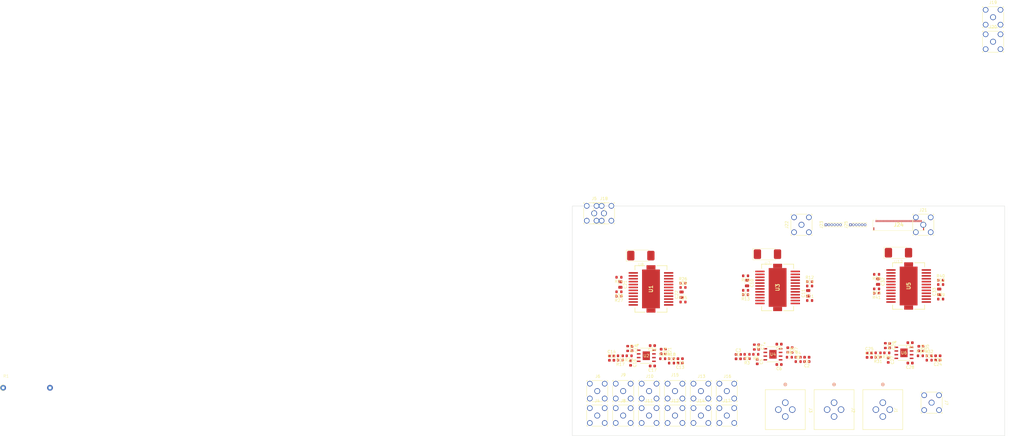
<source format=kicad_pcb>
(kicad_pcb (version 20240108) (generator "pcbnew") (generator_version "8.0")
  (layers (0 "F.Cu" signal) (1 "In1.Cu" power "GND") (2 "In2.Cu" power "C.Cu") (31 "B.Cu" signal) (34 "B.Paste" user) (35 "F.Paste" user) (36 "B.SilkS" user "B.Silkscreen") (37 "F.SilkS" user "F.Silkscreen") (38 "B.Mask" user) (39 "F.Mask" user) (44 "Edge.Cuts" user))
  (net 0 "")
  (net 1 "input_0a")
  (net 2 "GND")
  (net 3 "input_1a")
  (net 4 "Net-(C2-Pad2)")
  (net 5 "input_0b")
  (net 6 "Net-(U4A-INA+)")
  (net 7 "input_1b")
  (net 8 "Net-(U4A-INA-)")
  (net 9 "/amp_0/output0_lv")
  (net 10 "+12V")
  (net 11 "Net-(C13-Pad2)")
  (net 12 "input_2a")
  (net 13 "input_2b")
  (net 14 "Net-(C14-Pad2)")
  (net 15 "input_3a")
  (net 16 "input_3b")
  (net 17 "Net-(C25-Pad2)")
  (net 18 "input_4a")
  (net 19 "input_4b")
  (net 20 "Net-(C26-Pad2)")
  (net 21 "input_5a")
  (net 22 "input_5b")
  (net 23 "output_1")
  (net 24 "Net-(U2B-INB+)")
  (net 25 "Net-(U2B-INB-)")
  (net 26 "HV")
  (net 27 "Net-(U4B-INB+)")
  (net 28 "Net-(U4B-INB-)")
  (net 29 "output_0")
  (net 30 "Net-(C23-Pad2)")
  (net 31 "Net-(C24-Pad2)")
  (net 32 "output_2")
  (net 33 "output_3")
  (net 34 "output_4")
  (net 35 "output_5")
  (net 36 "Net-(U3A-CC_A_2)")
  (net 37 "Net-(U3A-CC_A_1)")
  (net 38 "Net-(U6A-INA+)")
  (net 39 "Net-(U6A-INA-)")
  (net 40 "Net-(U5A-CC_A_2)")
  (net 41 "Net-(U5A-CC_A_1)")
  (net 42 "Net-(U5B-CC_B_1)")
  (net 43 "Net-(U5B-CC_B_2)")
  (net 44 "Net-(U3A-CL_A)")
  (net 45 "Net-(U3A--IN_A)")
  (net 46 "Net-(U5A-CL_A)")
  (net 47 "Net-(U5A--IN_A)")
  (net 48 "Net-(U3A-NC_1)")
  (net 49 "Net-(U5A-NC_1)")
  (net 50 "/amp_1/output2_lv")
  (net 51 "/amp_2/output4_lv")
  (net 52 "/amp_0/output1_lv")
  (net 53 "Net-(U3B-CC_B_1)")
  (net 54 "Net-(U3B-CC_B_2)")
  (net 55 "Net-(U6B-INB+)")
  (net 56 "Net-(U6B-INB-)")
  (net 57 "Net-(U1B-CC_B_2)")
  (net 58 "Net-(U1B-CC_B_1)")
  (net 59 "Net-(U3B-CL_B)")
  (net 60 "Net-(U3B--IN_B)")
  (net 61 "Net-(U5B-CL_B)")
  (net 62 "Net-(U5B--IN_B)")
  (net 63 "Net-(U1B-CL_B)")
  (net 64 "Net-(U1B--IN_B)")
  (net 65 "/amp_2/output5_lv")
  (net 66 "/amp_1/output3_lv")
  (net 67 "Net-(C1-Pad2)")
  (net 68 "Net-(C3-Pad2)")
  (net 69 "Net-(C4-Pad2)")
  (net 70 "Net-(C12-Pad2)")
  (net 71 "Net-(C15-Pad2)")
  (net 72 "Net-(U2A-INA+)")
  (net 73 "Net-(U2A-INA-)")
  (net 74 "Net-(U1A-CC_A_1)")
  (net 75 "Net-(U1A-CC_A_2)")
  (net 102 "Net-(R2-Pad1)")
  (net 103 "Net-(R4-Pad1)")
  (net 104 "Net-(R16-Pad1)")
  (net 105 "Net-(R18-Pad1)")
  (net 106 "Net-(U1A-CL_A)")
  (net 107 "Net-(U1A--IN_A)")
  (net 108 "Net-(R30-Pad1)")
  (net 109 "Net-(R32-Pad1)")
  (net 110 "Net-(U1A-NC_1)")
  (footprint "Capacitor_SMD:C_0603_1608Metric" (layer "F.Cu") (at 41.5 62 180)
    (property "Reference" "C20" (at 0 -1.43 0) (layer "F.SilkS"))
    (property "Value" "0.1u")
    (pad "1" smd roundrect (at -0.775 0 180) (size 0.9 0.95) (layers "F.Cu" "F.Paste" "F.Mask") (net 10 "+12V"))
    (pad "2" smd roundrect (at 0.775 0 180) (size 0.9 0.95) (layers "F.Cu" "F.Paste" "F.Mask") (net 2 "GND"))
  )
  (footprint "Capacitor_SMD:C_0603_1608Metric" (layer "F.Cu") (at 122.5 67 -90)
    (property "Reference" "C27" (at 0 -1.43 90) (layer "F.SilkS"))
    (property "Value" "1.56pF")
    (pad "1" smd roundrect (at -0.775 0 270) (size 0.9 0.95) (layers "F.Cu" "F.Paste" "F.Mask") (net 38 "Net-(U6A-INA+)"))
    (pad "2" smd roundrect (at 0.775 0 270) (size 0.9 0.95) (layers "F.Cu" "F.Paste" "F.Mask") (net 2 "GND"))
  )
  (footprint "Capacitor_SMD:C_0603_1608Metric" (layer "F.Cu") (at 27.5 65.54)
    (property "Reference" "C14" (at 0 -1.43 0) (layer "F.SilkS"))
    (property "Value" "0.1u")
    (pad "1" smd roundrect (at -0.775 0) (size 0.9 0.95) (layers "F.Cu" "F.Paste" "F.Mask") (net 5 "input_0b"))
    (pad "2" smd roundrect (at 0.775 0) (size 0.9 0.95) (layers "F.Cu" "F.Paste" "F.Mask") (net 14 "Net-(C14-Pad2)"))
  )
  (footprint "726_footprints:OPA2211AIDDAR_L" (layer "F.Cu") (at 39.395 65.48255)
    (property "Reference" "U2" (at 0 0 0) (layer "F.SilkS"))
    (property "Value" "~")
    (fp_text user "*" (at -2.87655 -3.5306 0) (layer "F.SilkS"))
    (fp_text user "*" (at -2.87655 -3.5306 0) (layer "F.SilkS"))
    (pad "1" smd rect (at -2.62255 -1.905) (size 1.2573 0.4826) (layers "F.Cu" "F.Paste" "F.Mask") (net 9 "/amp_0/output0_lv"))
    (pad "2" smd rect (at -2.62255 -0.635) (size 1.2573 0.4826) (layers "F.Cu" "F.Paste" "F.Mask") (net 73 "Net-(U2A-INA-)"))
    (pad "3" smd rect (at -2.62255 0.635) (size 1.2573 0.4826) (layers "F.Cu" "F.Paste" "F.Mask") (net 72 "Net-(U2A-INA+)"))
    (pad "4" smd rect (at -2.62255 1.905) (size 1.2573 0.4826) (layers "F.Cu" "F.Paste" "F.Mask") (net 2 "GND"))
    (pad "5" smd rect (at 2.62255 1.905) (size 1.2573 0.4826) (layers "F.Cu" "F.Paste" "F.Mask") (net 24 "Net-(U2B-INB+)"))
    (pad "6" smd rect (at 2.62255 0.635) (size 1.2573 0.4826) (layers "F.Cu" "F.Paste" "F.Mask") (net 25 "Net-(U2B-INB-)"))
    (pad "7" smd rect (at 2.62255 -0.635) (size 1.2573 0.4826) (layers "F.Cu" "F.Paste" "F.Mask") (net 52 "/amp_0/output1_lv"))
    (pad "8" smd rect (at 2.62255 -1.905) (size 1.2573 0.4826) (layers "F.Cu" "F.Paste" "F.Mask") (net 10 "+12V"))
    (pad "EPAD" smd rect (at 0 0) (size 2.4892 2.9972) (layers "F.Cu" "F.Mask") (net 2 "GND"))
  )
  (footprint "Capacitor_SMD:C_0805_2012Metric" (layer "F.Cu") (at 51.5 44.5 90)
    (property "Reference" "C22" (at 0 -1.68 90) (layer "F.SilkS"))
    (property "Value" "0.75pF, 500V")
    (pad "1" smd roundrect (at -0.95 0 90) (size 1 1.45) (layers "F.Cu" "F.Paste" "F.Mask") (net 58 "Net-(U1B-CC_B_1)"))
    (pad "2" smd roundrect (at 0.95 0 90) (size 1 1.45) (layers "F.Cu" "F.Paste" "F.Mask") (net 57 "Net-(U1B-CC_B_2)"))
  )
  (footprint "Resistor_SMD:R_0603_1608Metric" (layer "F.Cu") (at 48.06 68)
    (property "Reference" "R19" (at 0 -1.43 0) (layer "F.SilkS"))
    (property "Value" "R_US")
    (pad "1" smd roundrect (at -0.825 0) (size 0.8 0.95) (layers "F.Cu" "F.Paste" "F.Mask") (net 24 "Net-(U2B-INB+)"))
    (pad "2" smd roundrect (at 0.825 0) (size 0.8 0.95) (layers "F.Cu" "F.Paste" "F.Mask") (net 11 "Net-(C13-Pad2)"))
  )
  (footprint "726_footprints:SMCJ150A-13-F" (layer "F.Cu") (at 126.0175 33.655)
    (property "Reference" "U12" (at 0 -0.5 0) (layer "F.SilkS") (effects (font (thickness 0.1))))
    (property "Value" "~")
    (pad "1" smd roundrect (at -3.45 -3.6) (size 2.5 3.3) (layers "F.Cu" "F.Paste" "F.Mask") (roundrect_rratio 0.185185) (net 26 "HV"))
    (pad "2" smd roundrect (at 3.45 -3.6) (size 2.5 3.3) (layers "F.Cu" "F.Paste" "F.Mask") (roundrect_rratio 0.185185) (net 2 "GND"))
  )
  (footprint "Capacitor_SMD:C_0805_2012Metric" (layer "F.Cu") (at 74.000001 40.5 -90)
    (property "Reference" "C10" (at 0 -1.68 90) (layer "F.SilkS"))
    (property "Value" "0.75pF, 500V")
    (pad "1" smd roundrect (at -0.95 0 270) (size 1 1.45) (layers "F.Cu" "F.Paste" "F.Mask") (net 37 "Net-(U3A-CC_A_1)"))
    (pad "2" smd roundrect (at 0.95 0 270) (size 1 1.45) (layers "F.Cu" "F.Paste" "F.Mask") (net 36 "Net-(U3A-CC_A_2)"))
  )
  (footprint "Resistor_SMD:R_0603_1608Metric" (layer "F.Cu") (at 52 40.5)
    (property "Reference" "R26" (at 0 -1.43 0) (layer "F.SilkS"))
    (property "Value" "1R")
    (pad "1" smd roundrect (at -0.825 0) (size 0.8 0.95) (layers "F.Cu" "F.Paste" "F.Mask") (net 107 "Net-(U1A--IN_A)"))
    (pad "2" smd roundrect (at 0.825 0) (size 0.8 0.95) (layers "F.Cu" "F.Paste" "F.Mask") (net 9 "/amp_0/output0_lv"))
  )
  (footprint "Capacitor_SMD:C_0805_2012Metric" (layer "F.Cu") (at 95 44 90)
    (property "Reference" "C11" (at 0 -1.68 90) (layer "F.SilkS"))
    (property "Value" "0.75pF, 500V")
    (pad "1" smd roundrect (at -0.95 0 90) (size 1 1.45) (layers "F.Cu" "F.Paste" "F.Mask") (net 53 "Net-(U3B-CC_B_1)"))
    (pad "2" smd roundrect (at 0.95 0 90) (size 1 1.45) (layers "F.Cu" "F.Paste" "F.Mask") (net 54 "Net-(U3B-CC_B_2)"))
  )
  (footprint "Resistor_SMD:R_0603_1608Metric" (layer "F.Cu") (at 91.56 67.5)
    (property "Reference" "R5" (at 0 -1.43 0) (layer "F.SilkS"))
    (property "Value" "R_US")
    (pad "1" smd roundrect (at -0.825 0) (size 0.8 0.95) (layers "F.Cu" "F.Paste" "F.Mask") (net 27 "Net-(U4B-INB+)"))
    (pad "2" smd roundrect (at 0.825 0) (size 0.8 0.95) (layers "F.Cu" "F.Paste" "F.Mask") (net 4 "Net-(C2-Pad2)"))
  )
  (footprint "Resistor_SMD:R_0603_1608Metric" (layer "F.Cu") (at 140.5 46)
    (property "Reference" "R39" (at 0 -1.43 0) (layer "F.SilkS"))
    (property "Value" "22.6")
    (pad "1" smd roundrect (at -0.825 0) (size 0.8 0.95) (layers "F.Cu" "F.Paste" "F.Mask") (net 61 "Net-(U5B-CL_B)"))
    (pad "2" smd roundrect (at 0.825 0) (size 0.8 0.95) (layers "F.Cu" "F.Paste" "F.Mask") (net 2 "GND"))
  )
  (footprint "Capacitor_SMD:C_0805_2012Metric" (layer "F.Cu") (at 140 43.5 90)
    (property "Reference" "C33" (at 0 -1.68 90) (layer "F.SilkS"))
    (property "Value" "0.75pF, 500V")
    (pad "1" smd roundrect (at -0.95 0 90) (size 1 1.45) (layers "F.Cu" "F.Paste" "F.Mask") (net 42 "Net-(U5B-CC_B_1)"))
    (pad "2" smd roundrect (at 0.95 0 90) (size 1 1.45) (layers "F.Cu" "F.Paste" "F.Mask") (net 43 "Net-(U5B-CC_B_2)"))
  )
  (footprint "Resistor_SMD:R_0603_1608Metric" (layer "F.Cu") (at 52 42)
    (property "Reference" "R29" (at 0 -1.43 0) (layer "F.SilkS"))
    (property "Value" "25R")
    (pad "1" smd roundrect (at -0.825 0) (size 0.8 0.95) (layers "F.Cu" "F.Paste" "F.Mask") (net 23 "output_1"))
    (pad "2" smd roundrect (at 0.825 0) (size 0.8 0.95) (layers "F.Cu" "F.Paste" "F.Mask") (net 64 "Net-(U1B--IN_B)"))
  )
  (footprint "Connector_PinHeader_1.00mm:PinHeader_1x06_P1.00mm_Vertical" (layer "F.Cu") (at 109.5305 20.4473 90)
    (property "Reference" "J25" (at 0 -1.56 90) (layer "F.SilkS"))
    (property "Value" "Conn_01x06_Pin")
    (pad "1" thru_hole rect (at 0 0 90) (size 0.85 0.85) (drill 0.5) (layers "*.Cu" "*.Mask") (net 29 "output_0"))
    (pad "2" thru_hole oval (at 0 1 90) (size 0.85 0.85) (drill 0.5) (layers "*.Cu" "*.Mask") (net 23 "output_1"))
    (pad "3" thru_hole oval (at 0 2 90) (size 0.85 0.85) (drill 0.5) (layers "*.Cu" "*.Mask") (net 32 "output_2"))
    (pad "4" thru_hole oval (at 0 3 90) (size 0.85 0.85) (drill 0.5) (layers "*.Cu" "*.Mask") (net 33 "output_3"))
    (pad "5" thru_hole oval (at 0 4 90) (size 0.85 0.85) (drill 0.5) (layers "*.Cu" "*.Mask") (net 34 "output_4"))
    (pad "6" thru_hole oval (at 0 5 90) (size 0.85 0.85) (drill 0.5) (layers "*.Cu" "*.Mask") (net 35 "output_5"))
  )
  (footprint "Capacitor_SMD:C_0603_1608Metric" (layer "F.Cu") (at 94.54 66 180)
    (property "Reference" "C4" (at 0 -1.43 0) (layer "F.SilkS"))
    (property "Value" "0.1u")
    (pad "1" smd roundrect (at -0.775 0 180) (size 0.9 0.95) (layers "F.Cu" "F.Paste" "F.Mask") (net 16 "input_3b"))
    (pad "2" smd roundrect (at 0.775 0 180) (size 0.9 0.95) (layers "F.Cu" "F.Paste" "F.Mask") (net 69 "Net-(C4-Pad2)"))
  )
  (footprint "726_footprints:CONN_RF2-04A-T-00-50-G_ADM" (layer "F.Cu") (at 58.1527 77.6359)
    (property "Reference" "J13" (at 0.2 -5.0832 0) (layer "F.SilkS"))
    (property "Value" "SMA_RF2-04A-T-00-50-G")
    (pad "1" thru_hole circle (at 0 0) (size 2.0066 2.0066) (drill 1.4986) (layers "*.Cu" "*.Mask") (net 18 "input_4a"))
    (pad "2" thru_hole circle (at -2.5527 -2.5527) (size 1.905 1.905) (drill 1.397) (layers "*.Cu" "*.Mask") (net 2 "GND"))
    (pad "3" thru_hole circle (at -2.5527 2.5527) (size 1.905 1.905) (drill 1.397) (layers "*.Cu" "*.Mask") (net 2 "GND"))
    (pad "4" thru_hole circle (at 2.5527 2.5527) (size 1.905 1.905) (drill 1.397) (layers "*.Cu" "*.Mask") (net 2 "GND"))
    (pad "5" thru_hole circle (at 2.5527 -2.5527) (size 1.905 1.905) (drill 1.397) (layers "*.Cu" "*.Mask") (net 2 "GND"))
  )
  (footprint "Capacitor_SMD:C_0603_1608Metric" (layer "F.Cu") (at 27.5 67.04)
    (property "Reference" "C12" (at 0 -1.43 0) (layer "F.SilkS"))
    (property "Value" "0.1u")
    (pad "1" smd roundrect (at -0.775 0) (size 0.9 0.95) (layers "F.Cu" "F.Paste" "F.Mask") (net 1 "input_0a"))
    (pad "2" smd roundrect (at 0.775 0) (size 0.9 0.95) (layers "F.Cu" "F.Paste" "F.Mask") (net 70 "Net-(C12-Pad2)"))
  )
  (footprint "Resistor_SMD:R_0603_1608Metric" (layer "F.Cu") (at 46 64 -90)
    (property "Reference" "R21" (at 0 -1.43 90) (layer "F.SilkS"))
    (property "Value" "4k")
    (pad "1" smd roundrect (at -0.825 0 270) (size 0.8 0.95) (layers "F.Cu" "F.Paste" "F.Mask") (net 52 "/amp_0/output1_lv"))
    (pad "2" smd roundrect (at 0.825 0 270) (size 0.8 0.95) (layers "F.Cu" "F.Paste" "F.Mask") (net 105 "Net-(R18-Pad1)"))
  )
  (footprint "726_footprints:PA341DF" (layer "F.Cu") (at 129.5 41.5 -90)
    (property "Reference" "U5" (at 0 0 90) (layer "F.SilkS") (effects (font (size 1.27 1.27) (thickness 0.254))))
    (property "Value" "~" (hide yes))
    (pad "1" smd rect (at -5.5 6.075 270) (size 0.56 3.18) (layers "F.Cu" "F.Paste" "F.Mask") (net 26 "HV"))
    (pad "2" smd rect (at -4.5 6.075 270) (size 0.56 3.18) (layers "F.Cu" "F.Paste" "F.Mask") (net 49 "Net-(U5A-NC_1)"))
    (pad "3" smd rect (at -3.5 6.075 270) (size 0.56 3.18) (layers "F.Cu" "F.Paste" "F.Mask") (net 46 "Net-(U5A-CL_A)"))
    (pad "4" smd rect (at -2.5 6.075 270) (size 0.56 3.18) (layers "F.Cu" "F.Paste" "F.Mask") (net 41 "Net-(U5A-CC_A_1)"))
    (pad "5" smd rect (at -1.5 6.075 270) (size 0.56 3.18) (layers "F.Cu" "F.Paste" "F.Mask") (net 40 "Net-(U5A-CC_A_2)"))
    (pad "6" smd rect (at -0.5 6.075 270) (size 0.56 3.18) (layers "F.Cu" "F.Paste" "F.Mask") (net 34 "output_4"))
    (pad "7" smd rect (at 0.5 6.075 270) (size 0.56 3.18) (layers "F.Cu" "F.Paste" "F.Mask") (net 49 "Net-(U5A-NC_1)"))
    (pad "8" smd rect (at 1.5 6.075 270) (size 0.56 3.18) (layers "F.Cu" "F.Paste" "F.Mask") (net 62 "Net-(U5B--IN_B)"))
    (pad "9" smd rect (at 2.5 6.075 270) (size 0.56 3.18) (layers "F.Cu" "F.Paste" "F.Mask") (net 2 "GND"))
    (pad "10" smd rect (at 3.5 6.075 270) (size 0.56 3.18) (layers "F.Cu" "F.Paste" "F.Mask") (net 49 "Net-(U5A-NC_1)"))
    (pad "11" smd rect (at 4.5 6.075 270) (size 0.56 3.18) (layers "F.Cu" "F.Paste" "F.Mask") (net 49 "Net-(U5A-NC_1)"))
    (pad "12" smd rect (at 5.5 6.075 270) (size 0.56 3.18) (layers "F.Cu" "F.Paste" "F.Mask") (net 2 "GND"))
    (pad "13" smd rect (at 5.5 -6.075 270) (size 0.56 3.18) (layers "F.Cu" "F.Paste" "F.Mask") (net 26 "HV"))
    (pad "14" smd rect (at 4.5 -6.075 270) (size 0.56 3.18) (layers "F.Cu" "F.Paste" "F.Mask") (net 49 "Net-(U5A-NC_1)"))
    (pad "15" smd rect (at 3.5 -6.075 270) (size 0.56 3.18) (layers "F.Cu" "F.Paste" "F.Mask") (net 61 "Net-(U5B-CL_B)"))
    (pad "16" smd rect (at 2.5 -6.075 270) (size 0.56 3.18) (layers "F.Cu" "F.Paste" "F.Mask") (net 42 "Net-(U5B-CC_B_1)"))
    (pad "17" smd rect (at 1.5 -6.075 270) (size 0.56 3.18) (layers "F.Cu" "F.Paste" "F.Mask") (net 43 "Net-(U5B-CC_B_2)"))
    (pad "18" smd rect (at 0.5 -6.075 270) (size 0.56 3.18) (layers "F.Cu" "F.Paste" "F.Mask") (net 35 "output_5"))
    (pad "19" smd rect (at -0.5 -6.075 270) (size 0.56 3.18) (layers "F.Cu" "F.Paste" "F.Mask") (net 49 "Net-(U5A-NC_1)"))
    (pad "20" smd rect (at -1.5 -6.075 270) (size 0.56 3.18) (layers "F.Cu" "F.Paste" "F.Mask") (net 47 "Net-(U5A--IN_A)"))
    (pad "21" smd rect (at -2.5 -6.075 270) (size 0.56 3.18) (layers "F.Cu" "F.Paste" "F.Mask") (net 2 "GND"))
    (pad "22" smd rect (at -3.5 -6.075 270) (size 0.56 3.18) (layers "F.Cu" "F.Paste" "F.Mask") (net 49 "Net-(U5A-NC_1)"))
    (pad "23" smd rect (at -4.5 -6.075 270) (size 0.56 3.18) (layers "F.Cu" "F.Paste" "F.Mask") (net 49 "Net-(U5A-NC_1)"))
    (pad "24" smd rect (at -5.5 -6.075 270) (size 0.56 3.18) (layers "F.Cu" "F.Paste" "F.Mask") (net 2 "GND"))
    (pad "25" smd rect (at 0 0) (size 6.13 13.34) (layers "F.Cu" "F.Paste" "F.Mask"))
    (pad "26" smd rect (at -7.405 0 270) (size 1.47 3.07) (layers "F.Cu" "F.Paste" "F.Mask"))
    (pad "27" smd rect (at 7.405 0 270) (size 1.47 3.07) (layers "F.Cu" "F.Paste" "F.Mask"))
  )
  (footprint "726_footprints:OPA2211AIDDAR_L" (layer "F.Cu") (at 127.895 64.48255)
    (property "Reference" "U6" (at 0 0 0) (layer "F.SilkS"))
    (property "Value" "~")
    (fp_text user "*" (at -2.87655 -3.5306 0) (layer "F.SilkS"))
    (fp_text user "*" (at -2.87655 -3.5306 0) (layer "F.SilkS"))
    (pad "1" smd rect (at -2.62255 -1.905) (size 1.2573 0.4826) (layers "F.Cu" "F.Paste" "F.Mask") (net 51 "/amp_2/output4_lv"))
    (pad "2" smd rect (at -2.62255 -0.635) (size 1.2573 0.4826) (layers "F.Cu" "F.Paste" "F.Mask") (net 39 "Net-(U6A-INA-)"))
    (pad "3" smd rect (at -2.62255 0.635) (size 1.2573 0.4826) (layers "F.Cu" "F.Paste" "F.Mask") (net 38 "Net-(U6A-INA+)"))
    (pad "4" smd rect (at -2.62255 1.905) (size 1.2573 0.4826) (layers "F.Cu" "F.Paste" "F.Mask") (net 2 "GND"))
    (pad "5" smd rect (at 2.62255 1.905) (size 1.2573 0.4826) (layers "F.Cu" "F.Paste" "F.Mask") (net 55 "Net-(U6B-INB+)"))
    (pad "6" smd rect (at 2.62255 0.635) (size 1.2573 0.4826) (layers "F.Cu" "F.Paste" "F.Mask") (net 56 "Net-(U6B-INB-)"))
    (pad "7" smd rect (at 2.62255 -0.635) (size 1.2573 0.4826) (layers "F.Cu" "F.Paste" "F.Mask") (net 65 "/amp_2/output5_lv"))
    (pad "8" smd rect (at 2.62255 -1.905) (size 1.2573 0.4826) (layers "F.Cu" "F.Paste" "F.Mask") (net 10 "+12V"))
    (pad "EPAD" smd rect (at 0 0) (size 2.4892 2.9972) (layers "F.Cu" "F.Mask") (net 2 "GND"))
  )
  (footprint "726_footprints:SMCJ150A-13-F" (layer "F.Cu") (at 37.5175 34.655)
    (property "Reference" "U8" (at 0 -0.5 0) (layer "F.SilkS") (effects (font (thickness 0.1))))
    (property "Value" "~")
    (pad "1" smd roundrect (at -3.45 -3.6) (size 2.5 3.3) (layers "F.Cu" "F.Paste" "F.Mask") (roundrect_rratio 0.185185) (net 26 "HV"))
    (pad "2" smd roundrect (at 3.45 -3.6) (size 2.5 3.3) (layers "F.Cu" "F.Paste" "F.Mask") (roundrect_rratio 0.185185) (net 2 "GND"))
  )
  (footprint "Resistor_SMD:R_0603_1608Metric" (layer "F.Cu") (at 118.5 37.5 180)
    (property "Reference" "R38" (at 0 -1.43 0) (layer "F.SilkS"))
    (property "Value" "22.6")
    (pad "1" smd roundrect (at -0.825 0 180) (size 0.8 0.95) (layers "F.Cu" "F.Paste" "F.Mask") (net 46 "Net-(U5A-CL_A)"))
    (pad "2" smd roundrect (at 0.825 0 180) (size 0.8 0.95) (layers "F.Cu" "F.Paste" "F.Mask") (net 2 "GND"))
  )
  (footprint "Capacitor_SMD:C_0603_1608Metric" (layer "F.Cu") (at 88 63.500001 -90)
    (property "Reference" "C8" (at 0 -1.43 90) (layer "F.SilkS"))
    (property "Value" "1pF")
    (pad "1" smd roundrect (at -0.775 0 270) (size 0.9 0.95) (layers "F.Cu" "F.Paste" "F.Mask") (net 66 "/amp_1/output3_lv"))
    (pad "2" smd roundrect (at 0.775 0 270) (size 0.9 0.95) (layers "F.Cu" "F.Paste" "F.Mask") (net 28 "Net-(U4B-INB-)"))
  )
  (footprint "Resistor_SMD:R_0603_1608Metric" (layer "F.Cu") (at 140.5 39.5)
    (property "Reference" "R40" (at 0 -1.43 0) (layer "F.SilkS"))
    (property "Value" "1R")
    (pad "1" smd roundrect (at -0.825 0) (size 0.8 0.95) (layers "F.Cu" "F.Paste" "F.Mask") (net 47 "Net-(U5A--IN_A)"))
    (pad "2" smd roundrect (at 0.825 0) (size 0.8 0.95) (layers "F.Cu" "F.Paste" "F.Mask") (net 51 "/amp_2/output4_lv"))
  )
  (footprint "726_footprints:banana_plug_CT3151V1-0" (layer "F.Cu") (at 103.891066 81.6124 -90)
    (property "Reference" "J2" (at 2.6 -6.58979 -90) (layer "F.SilkS"))
    (property "Value" "CT3151V1-0")
    (pad "1" thru_hole circle (at 0 0 270) (size 2.2098 2.2098) (drill 1.7018) (layers "*.Cu" "*.Mask") (net 2 "GND"))
    (pad "2" thru_hole circle (at 4.7752 0 270) (size 2.2098 2.2098) (drill 1.7018) (layers "*.Cu" "*.Mask") (net 2 "GND"))
    (pad "3" thru_hole circle (at 2.3876 -2.3876) (size 2.2098 2.2098) (drill 1.7018) (layers "*.Cu" "*.Mask") (net 2 "GND"))
    (pad "4" thru_hole circle (at 2.3876 2.3876) (size 2.2098 2.2098) (drill 1.7018) (layers "*.Cu" "*.Mask") (net 2 "GND"))
  )
  (footprint "Capacitor_SMD:C_0603_1608Metric" (layer "F.Cu") (at 116 64.54)
    (property "Reference" "C25" (at 0 -1.43 0) (layer "F.SilkS"))
    (property "Value" "0.1u")
    (pad "1" smd roundrect (at -0.775 0) (size 0.9 0.95) (layers "F.Cu" "F.Paste" "F.Mask") (net 19 "input_4b"))
    (pad "2" smd roundrect (at 0.775 0) (size 0.9 0.95) (layers "F.Cu" "F.Paste" "F.Mask") (net 17 "Net-(C25-Pad2)"))
  )
  (footprint "Capacitor_SMD:C_0603_1608Metric" (layer "F.Cu") (at 130 61 180)
    (property "Reference" "C31" (at 0 -1.43 0) (layer "F.SilkS"))
    (property "Value" "0.1u")
    (pad "1" smd roundrect (at -0.775 0 180) (size 0.9 0.95) (layers "F.Cu" "F.Paste" "F.Mask") (net 10 "+12V"))
    (pad "2" smd roundrect (at 0.775 0 180) (size 0.9 0.95) (layers "F.Cu" "F.Paste" "F.Mask") (net 2 "GND"))
  )
  (footprint "Connector_PinHeader_1.00mm:PinHeader_1x06_P1.00mm_Vertical" (layer "F.Cu") (at 101.1137 20.4473 90)
    (property "Reference" "J23" (at 0 -1.56 90) (layer "F.SilkS"))
    (property "Value" "Conn_01x06_Pin")
    (pad "1" thru_hole rect (at 0 0 90) (size 0.85 0.85) (drill 0.5) (layers "*.Cu" "*.Mask") (net 2 "GND"))
    (pad "2" thru_hole oval (at 0 1 90) (size 0.85 0.85) (drill 0.5) (layers "*.Cu" "*.Mask") (net 2 "GND"))
    (pad "3" thru_hole oval (at 0 2 90) (size 0.85 0.85) (drill 0.5) (layers "*.Cu" "*.Mask") (net 2 "GND"))
    (pad "4" thru_hole oval (at 0 3 90) (size 0.85 0.85) (drill 0.5) (layers "*.Cu" "*.Mask") (net 2 "GND"))
    (pad "5" thru_hole oval (at 0 4 90) (size 0.85 0.85) (drill 0.5) (layers "*.Cu" "*.Mask") (net 2 "GND"))
    (pad "6" thru_hole oval (at 0 5 90) (size 0.85 0.85) (drill 0.5) (layers "*.Cu" "*.Mask") (net 2 "GND"))
  )
  (footprint "Capacitor_SMD:C_0603_1608Metric" (layer "F.Cu") (at 139.54 67 180)
    (property "Reference" "C24" (at 0 -1.43 0) (layer "F.SilkS"))
    (property "Value" "0.1u")
    (pad "1" smd roundrect (at -0.775 0 180) (size 0.9 0.95) (layers "F.Cu" "F.Paste" "F.Mask") (net 21 "input_5a"))
    (pad "2" smd roundrect (at 0.775 0 180) (size 0.9 0.95) (layers "F.Cu" "F.Paste" "F.Mask") (net 31 "Net-(C24-Pad2)"))
  )
  (footprint "726_footprints:SMCJ150A-13-F" (layer "F.Cu") (at 81.017501 34.155)
    (property "Reference" "U7" (at 0 -0.5 0) (layer "F.SilkS") (effects (font (thickness 0.1))))
    (property "Value" "~")
    (pad "1" smd roundrect (at -3.45 -3.6) (size 2.5 3.3) (layers "F.Cu" "F.Paste" "F.Mask") (roundrect_rratio 0.185185) (net 26 "HV"))
    (pad "2" smd roundrect (at 3.45 -3.6) (size 2.5 3.3) (layers "F.Cu" "F.Paste" "F.Mask") (roundrect_rratio 0.185185) (net 2 "GND"))
  )
  (footprint "726_footprints:CONN_RF2-04A-T-00-50-G_ADM" (layer "F.Cu") (at 21.5 16.5)
    (property "Reference" "J5" (at 0 -5.08 0) (layer "F.SilkS"))
    (property "Value" "SMA_RF2-04A-T-00-50-G")
    (pad "1" thru_hole circle (at 0 0) (size 2.0066 2.0066) (drill 1.4986) (layers "*.Cu" "*.Mask") (net 1 "input_0a"))
    (pad "2" thru_hole circle (at -2.5527 -2.5527) (size 1.905 1.905) (drill 1.397) (layers "*.Cu" "*.Mask") (net 2 "GND"))
    (pad "3" thru_hole circle (at -2.5527 2.5527) (size 1.905 1.905) (drill 1.397) (layers "*.Cu" "*.Mask") (net 2 "GND"))
    (pad "4" thru_hole circle (at 2.5527 2.5527) (size 1.905 1.905) (drill 1.397) (layers "*.Cu" "*.Mask") (net 2 "GND"))
    (pad "5" thru_hole circle (at 2.5527 -2.5527) (size 1.905 1.905) (drill 1.397) (layers "*.Cu" "*.Mask") (net 2 "GND"))
  )
  (footprint "726_footprints:CONN_RF2-04A-T-00-50-G_ADM" (layer "F.Cu") (at 40.3527 86.0527)
    (property "Reference" "J11" (at 0 -5.08 0) (layer "F.SilkS"))
    (property "Value" "SMA_RF2-04A-T-00-50-G")
    (pad "1" thru_hole circle (at 0 0) (size 2.0066 2.0066) (drill 1.4986) (layers "*.Cu" "*.Mask") (net 15 "input_3a"))
    (pad "2" thru_hole circle (at -2.5527 -2.5527) (size 1.905 1.905) (drill 1.397) (layers "*.Cu" "*.Mask") (net 2 "GND"))
    (pad "3" thru_hole circle (at -2.5527 2.5527) (size 1.905 1.905) (drill 1.397) (layers "*.Cu" "*.Mask") (net 2 "GND"))
    (pad "4" thru_hole circle (at 2.5527 2.5527) (size 1.905 1.905) (drill 1.397) (layers "*.Cu" "*.Mask") (net 2 "GND"))
    (pad "5" thru_hole circle (at 2.5527 -2.5527) (size 1.905 1.905) (drill 1.397) (layers "*.Cu" "*.Mask") (net 2 "GND"))
  )
  (footprint "Resistor_SMD:R_0603_1608Metric" (layer "F.Cu") (at 91.54 66)
    (property "Reference" "R4" (at 0 -1.43 0) (layer "F.SilkS"))
    (property "Value" "1k")
    (pad "1" smd roundrect (at -0.825 0) (size 0.8 0.95) (layers "F.Cu" "F.Paste" "F.Mask") (net 103 "Net-(R4-Pad1)"))
    (pad "2" smd roundrect (at 0.825 0) (size 0.8 0.95) (layers "F.Cu" "F.Paste" "F.Mask") (net 69 "Net-(C4-Pad2)"))
  )
  (footprint "Resistor_SMD:R_0603_1608Metric" (layer "F.Cu") (at 30 38.5 180)
    (property "Reference" "R24" (at 0 -1.43 0) (layer "F.SilkS"))
    (property "Value" "22.6")
    (pad "1" smd roundrect (at -0.825 0 180) (size 0.8 0.95) (layers "F.Cu" "F.Paste" "F.Mask") (net 106 "Net-(U1A-CL_A)"))
    (pad "2" smd roundrect (at 0.825 0 180) (size 0.8 0.95) (layers "F.Cu" "F.Paste" "F.Mask") (net 2 "GND"))
  )
  (footprint "Capacitor_SMD:C_0603_1608Metric" (layer "F.Cu") (at 85 61.5 180)
    (property "Reference" "C9" (at 0 -1.43 0) (layer "F.SilkS"))
    (property "Value" "0.1u")
    (pad "1" smd roundrect (at -0.775 0 180) (size 0.9 0.95) (layers "F.Cu" "F.Paste" "F.Mask") (net 10 "+12V"))
    (pad "2" smd roundrect (at 0.775 0 180) (size 0.9 0.95) (layers "F.Cu" "F.Paste" "F.Mask") (net 2 "GND"))
  )
  (footprint "726_footprints:CONN_RF2-04A-T-00-50-G_ADM" (layer "F.Cu") (at 49.2527 86.0527)
    (property "Reference" "J12" (at 0 -5.08 0) (layer "F.SilkS"))
    (property "Value" "SMA_RF2-04A-T-00-50-G")
    (pad "1" thru_hole circle (at 0 0) (size 2.0066 2.0066) (drill 1.4986) (layers "*.Cu" "*.Mask") (net 16 "input_3b"))
    (pad "2" thru_hole circle (at -2.5527 -2.5527) (size 1.905 1.905) (drill 1.397) (layers "*.Cu" "*.Mask") (net 2 "GND"))
    (pad "3" thru_hole circle (at -2.5527 2.5527) (size 1.905 1.905) (drill 1.397) (layers "*.Cu" "*.Mask") (net 2 "GND"))
    (pad "4" thru_hole circle (at 2.5527 2.5527) (size 1.905 1.905) (drill 1.397) (layers "*.Cu" "*.Mask") (net 2 "GND"))
    (pad "5" thru_hole circle (at 2.5527 -2.5527) (size 1.905 1.905) (drill 1.397) (layers "*.Cu" "*.Mask") (net 2 "GND"))
  )
  (footprint "Capacitor_SMD:C_0603_1608Metric" (layer "F.Cu") (at 133 63 -90)
    (property "Reference" "C30" (at 0 -1.43 90) (layer "F.SilkS"))
    (property "Value" "1pF")
    (pad "1" smd roundrect (at -0.775 0 270) (size 0.9 0.95) (layers "F.Cu" "F.Paste" "F.Mask") (net 65 "/amp_2/output5_lv"))
    (pad "2" smd roundrect (at 0.775 0 270) (size 0.9 0.95) (layers "F.Cu" "F.Paste" "F.Mask") (net 56 "Net-(U6B-INB-)"))
  )
  (footprint "Capacitor_SMD:C_0805_2012Metric" (layer "F.Cu") (at 119 40 -90)
    (property "Reference" "C32" (at 0 -1.68 90) (layer "F.SilkS"))
    (property "Value" "0.75pF, 500V")
    (pad "1" smd roundrect (at -0.95 0 270) (size 1 1.45) (layers "F.Cu" "F.Paste" "F.Mask") (net 41 "Net-(U5A-CC_A_1)"))
    (pad "2" smd roundrect (at 0.95 0 270) (size 1 1.45) (layers "F.Cu" "F.Paste" "F.Mask") (net 40 "Net-(U5A-CC_A_2)"))
  )
  (footprint "726_footprints:PA341DF" (layer "F.Cu") (at 84.5 42 -90)
    (property "Reference" "U3" (at 0 0 90) (layer "F.SilkS") (effects (font (size 1.27 1.27) (thickness 0.254))))
    (property "Value" "~" (hide yes))
    (pad "1" smd rect (at -5.5 6.075 270) (size 0.56 3.18) (layers "F.Cu" "F.Paste" "F.Mask") (net 26 "HV"))
    (pad "2" smd rect (at -4.5 6.075 270) (size 0.56 3.18) (layers "F.Cu" "F.Paste" "F.Mask") (net 48 "Net-(U3A-NC_1)"))
    (pad "3" smd rect (at -3.5 6.075 270) (size 0.56 3.18) (layers "F.Cu" "F.Paste" "F.Mask") (net 44 "Net-(U3A-CL_A)"))
    (pad "4" smd rect (at -2.5 6.075 270) (size 0.56 3.18) (layers "F.Cu" "F.Paste" "F.Mask") (net 37 "Net-(U3A-CC_A_1)"))
    (pad "5" smd rect (at -1.5 6.075 270) (size 0.56 3.18) (layers "F.Cu" "F.Paste" "F.Mask") (net 36 "Net-(U3A-CC_A_2)"))
    (pad "6" smd rect (at -0.5 6.075 270) (size 0.56 3.18) (layers "F.Cu" "F.Paste" "F.Mask") (net 32 "output_2"))
    (pad "7" smd rect (at 0.5 6.075 270) (size 0.56 3.18) (layers "F.Cu" "F.Paste" "F.Mask") (net 48 "Net-(U3A-NC_1)"))
    (pad "8" smd rect (at 1.5 6.075 270) (size 0.56 3.18) (layers "F.Cu" "F.Paste" "F.Mask") (net 60 "Net-(U3B--IN_B)"))
    (pad "9" smd rect (at 2.5 6.075 270) (size 0.56 3.18) (layers "F.Cu" "F.Paste" "F.Mask") (net 2 "GND"))
    (pad "10" smd rect (at 3.5 6.075 270) (size 0.56 3.18) (layers "F.Cu" "F.Paste" "F.Mask") (net 48 "Net-(U3A-NC_1)"))
    (pad "11" smd rect (at 4.5 6.075 270) (size 0.56 3.18) (layers "F.Cu" "F.Paste" "F.Mask") (net 48 "Net-(U3A-NC_1)"))
    (pad "12" smd rect (at 5.5 6.075 270) (size 0.56 3.18) (layers "F.Cu" "F.Paste" "F.Mask") (net 2 "GND"))
    (pad "13" smd rect (at 5.5 -6.075 270) (size 0.56 3.18) (layers "F.Cu" "F.Paste" "F.Mask") (net 26 "HV"))
    (pad "14" smd rect (at 4.5 -6.075 270) (size 0.56 3.18) (layers "F.Cu" "F.Paste" "F.Mask") (net 48 "Net-(U3A-NC_1)"))
    (pad "15" smd rect (at 3.5 -6.075 270) (size 0.56 3.18) (layers "F.Cu" "F.Paste" "F.Mask") (net 59 "Net-(U3B-CL_B)"))
    (pad "16" smd rect (at 2.5 -6.075 270) (size 0.56 3.18) (layers "F.Cu" "F.Paste" "F.Mask") (net 53 "Net-(U3B-CC_B_1)"))
    (pad "17" smd rect (at 1.5 -6.075 270) (size 0.56 3.18) (layers "F.Cu" "F.Paste" "F.Mask") (net 54 "Net-(U3B-CC_B_2)"))
    (pad "18" smd rect (at 0.5 -6.075 270) (size 0.56 3.18) (layers "F.Cu" "F.Paste" "F.Mask") (net 33 "output_3"))
    (pad "19" smd rect (at -0.5 -6.075 270) (size 0.56 3.18) (layers "F.Cu" "F.Paste" "F.Mask") (net 48 "Net-(U3A-NC_1)"))
    (pad "20" smd rect (at -1.5 -6.075 270) (size 0.56 3.18) (layers "F.Cu" "F.Paste" "F.Mask") (net 45 "Net-(U3A--IN_A)"))
    (pad "21" smd rect (at -2.5 -6.075 270) (size 0.56 3.18) (layers "F.Cu" "F.Paste" "F.Mask") (net 2 "GND"))
    (pad "22" smd rect (at -3.5 -6.075 270) (size 0.56 3.18) (layers "F.Cu" "F.Paste" "F.Mask") (net 48 "Net-(U3A-NC_1)"))
    (pad "23" smd rect (at -4.5 -6.075 270) (size 0.56 3.18) (layers "F.Cu" "F.Paste" "F.Mask") (net 48 "Net-(U3A-NC_1)"))
    (pad "24" smd rect (at -5.5 -6.075 270) (size 0.56 3.18) (layers "F.Cu" "F.Paste" "F.Mask") (net 2 "GND"))
    (pad "25" smd rect (at 0 0) (size 6.13 13.34) (layers "F.Cu" "F.Paste" "F.Mask"))
    (pad "26" smd rect (at -7.405 0 270) (size 1.47 3.07) (layers "F.Cu" "F.Paste" "F.Mask"))
    (pad "27" smd rect (at 7.405 0 270) (size 1.47 3.07) (layers "F.Cu" "F.Paste" "F.Mask"))
  )
  (footprint "Capacitor_SMD:C_0603_1608Metric" (layer "F.Cu") (at 51.04 66.5 180)
    (property "Reference" "C15" (at 0 -1.43 0) (layer "F.SilkS"))
    (property "Value" "0.1u")
    (pad "1" smd roundrect (at -0.775 0 180) (size 0.9 0.95) (layers "F.Cu" "F.Paste" "F.Mask") (net 7 "input_1b"))
    (pad "2" smd roundrect (at 0.775 0 180) (size 0.9 0.95) (layers "F.Cu" "F.Paste" "F.Mask") (net 71 "Net-(C15-Pad2)"))
  )
  (footprint "Capacitor_SMD:C_0805_2012Metric" (layer "F.Cu") (at 30.5 41 -90)
    (property "Reference" "C21" (at 0 -1.68 90) (layer "F.SilkS"))
    (property "Value" "0.75pF, 500V")
    (pad "1" smd roundrect (at -0.95 0 270) (size 1 1.45) (layers "F.Cu" "F.Paste" "F.Mask") (net 74 "Net-(U1A-CC_A_1)"))
    (pad "2" smd roundrect (at 0.95 0 270) (size 1 1.45) (layers "F.Cu" "F.Paste" "F.Mask") (net 75 "Net-(U1A-CC_A_2)"))
  )
  (footprint "726_footprints:CONN_RF2-04A-T-00-50-G_ADM" (layer "F.Cu") (at 31.4527 77.6359)
    (property "Reference" "J9" (at 0 -5.5832 0) (layer "F.SilkS"))
    (property "Value" "SMA_RF2-04A-T-00-50-G")
    (pad "1" thru_hole circle (at 0 0) (size 2.0066 2.0066) (drill 1.4986) (layers "*.Cu" "*.Mask") (net 12 "input_2a"))
    (pad "2" thru_hole circle (at -2.5527 -2.5527) (size 1.905 1.905) (drill 1.397) (layers "*.Cu" "*.Mask") (net 2 "GND"))
    (pad "3" thru_hole circle (at -2.5527 2.5527) (size 1.905 1.905) (drill 1.397) (layers "*.Cu" "*.Mask") (net 2 "GND"))
    (pad "4" thru_hole circle (at 2.5527 2.5527) (size 1.905 1.905) (drill 1.397) (layers "*.Cu" "*.Mask") (net 2 "GND"))
    (pad "5" thru_hole circle (at 2.5527 -2.5527) (size 1.905 1.905) (drill 1.397) (layers "*.Cu" "*.Mask") (net 2 "GND"))
  )
  (footprint "Capacitor_SMD:C_0603_1608Metric" (layer "F.Cu") (at 44.5 64 -90)
    (property "Reference" "C19" (at 0 -1.43 90) (layer "F.SilkS"))
    (property "Value" "1pF")
    (pad "1" smd roundrect (at -0.775 0 270) (size 0.9 0.95) (layers "F.Cu" "F.Paste" "F.Mask") (net 52 "/amp_0/output1_lv"))
    (pad "2" smd roundrect (at 0.775 0 270) (size 0.9 0.95) (layers "F.Cu" "F.Paste" "F.Mask") (net 25 "Net-(U2B-INB-)"))
  )
  (footprint "Resistor_SMD:R_0603_1608Metric" (layer "F.Cu") (at 118.5 42.5 180)
    (property "Reference" "R42" (at 0 -1.43 0) (layer "F.SilkS"))
    (property "Value" "25R")
    (pad "1" smd roundrect (at -0.825 0 180) (size 0.8 0.95) (layers "F.Cu" "F.Paste" "F.Mask") (net 34 "output_4"))
    (pad "2" smd roundrect (at 0.825 0 180) (size 0.8 0.95) (layers "F.Cu" "F.Paste" "F.Mask") (net 47 "Net-(U5A--IN_A)"))
  )
  (footprint "Resistor_SMD:R_0603_1608Metric" (layer "F.Cu") (at 118.5 44 180)
    (property "Reference" "R41" (at 0 -1.43 0) (layer "F.SilkS"))
    (property "Value" "1R")
    (pad "1" smd roundrect (at -0.825 0 180) (size 0.8 0.95) (layers "F.Cu" "F.Paste" "F.Mask") (net 62 "Net-(U5B--IN_B)"))
    (pad "2" smd roundrect (at 0.825 0 180) (size 0.8 0.95) (layers "F.Cu" "F.Paste" "F.Mask") (net 65 "/amp_2/output5_lv"))
  )
  (footprint "Capacitor_SMD:C_0603_1608Metric" (layer "F.Cu") (at 130 68 180)
    (property "Reference" "C28" (at 0 -1.43 0) (layer "F.SilkS"))
    (property "Value" "1.56pF")
    (pad "1" smd roundrect (at -0.775 0 180) (size 0.9 0.95) (layers "F.Cu" "F.Paste" "F.Mask") (net 55 "Net-(U6B-INB+)"))
    (pad "2" smd roundrect (at 0.775 0 180) (size 0.9 0.95) (layers "F.Cu" "F.Paste" "F.Mask") (net 2 "GND"))
  )
  (footprint "Resistor_SMD:R_0603_1608Metric" (layer "F.Cu") (at 95.5 40)
    (property "Reference" "R12" (at 0 -1.43 0) (layer "F.SilkS"))
    (property "Value" "1R")
    (pad "1" smd roundrect (at -0.825 0) (size 0.8 0.95) (layers "F.Cu" "F.Paste" "F.Mask") (net 45 "Net-(U3A--IN_A)"))
    (pad "2" smd roundrect (at 0.825 0) (size 0.8 0.95) (layers "F.Cu" "F.Paste" "F.Mask") (net 50 "/amp_1/output2_lv"))
  )
  (footprint "Capacitor_SMD:C_0603_1608Metric" (layer "F.Cu") (at 85 68.5 180)
    (property "Reference" "C6" (at 0 -1.43 0) (layer "F.SilkS"))
    (property "Value" "1.56pF")
    (pad "1" smd roundrect (at -0.775 0 180) (size 0.9 0.95) (layers "F.Cu" "F.Paste" "F.Mask") (net 27 "Net-(U4B-INB+)"))
    (pad "2" smd roundrect (at 0.775 0 180) (size 0.9 0.95) (layers "F.Cu" "F.Paste" "F.Mask") (net 2 "GND"))
  )
  (footprint "Resistor_SMD:R_0603_1608Metric" (layer "F.Cu") (at 73.500001 44.5 180)
    (property "Reference" "R13" (at 0 -1.43 0) (layer "F.SilkS"))
    (property "Value" "1R")
    (pad "1" smd roundrect (at -0.825 0 180) (size 0.8 0.95) (layers "F.Cu" "F.Paste" "F.Mask") (net 60 "Net-(U3B--IN_B)"))
    (pad "2" smd roundrect (at 0.825 0 180) (size 0.8 0.95) (layers "F.Cu" "F.Paste" "F.Mask") (net 66 "/amp_1/output3_lv"))
  )
  (footprint "Resistor_SMD:R_0603_1608Metric" (layer "F.Cu") (at 33.5 65.5 180)
    (property "Reference" "R22" (at 0 -1.43 0) (layer "F.SilkS"))
    (property "Value" "R_US")
    (pad "1" smd roundrect (at -0.825 0 180) (size 0.8 0.95) (layers "F.Cu" "F.Paste" "F.Mask") (net 73 "Net-(U2A-INA-)"))
    (pad "2" smd roundrect (at 0.825 0 180) (size 0.8 0.95) (layers "F.Cu" "F.Paste" "F.Mask") (net 104 "Net-(R16-Pad1)"))
  )
  (footprint "Resistor_SMD:R_0603_1608Metric" (layer "F.Cu") (at 119 64.5 180)
    (property "Reference" "R30" (at 0 -1.43 0) (layer "F.SilkS"))
    (property "Value" "1k")
    (pad "1" smd roundrect (at -0.825 0 180) (size 0.8 0.95) (layers "F.Cu" "F.Paste" "F.Mask") (net 108 "Net-(R30-Pad1)"))
    (pad "2" smd roundrect (at 0.825 0 180) (size 0.8 0.95) (layers "F.Cu" "F.Paste" "F.Mask") (net 17 "Net-(C25-Pad2)"))
  )
  (footprint "Resistor_SMD:R_0603_1608Metric" (layer "F.Cu") (at 122 64.5 180)
    (property "Reference" "R36" (at 0 -1.43 0) (layer "F.SilkS"))
    (property "Value" "R_US")
    (pad "1" smd roundrect (at -0.825 0 180) (size 0.8 0.95) (layers "F.Cu" "F.Paste" "F.Mask") (net 39 "Net-(U6A-INA-)"))
    (pad "2" smd roundrect (at 0.825 0 180) (size 0.8 0.95) (layers "F.Cu" "F.Paste" "F.Mask") (net 108 "Net-(R30-Pad1)"))
  )
  (footprint "Capacitor_SMD:C_0603_1608Metric" (layer "F.Cu") (at 139.54 65.5 180)
    (property "Reference" "C26" (at 0 -1.43 0) (layer "F.SilkS"))
    (property "Value" "0.1u")
    (pad "1" smd roundrect (at -0.775 0 180) (size 0.9 0.95) (layers "F.Cu" "F.Paste" "F.Mask") (net 22 "input_5b"))
    (pad "2" smd roundrect (at 0.775 0 180) (size 0.9 0.95) (layers "F.Cu" "F.Paste" "F.Mask") (net 20 "Net-(C26-Pad2)"))
  )
  (footprint "726_footprints:CONN_RF2-04A-T-00-50-G_ADM" (layer "F.Cu") (at 24.85 16.5)
    (property "Reference" "J18" (at 0 -5.08 0) (layer "F.SilkS"))
    (property "Value" "SMA_RF2-04A-T-00-50-G")
    (pad "1" thru_hole circle (at 0 0) (size 2.0066 2.0066) (drill 1.4986) (layers "*.Cu" "*.Mask") (net 23 "output_1"))
    (pad "2" thru_hole circle (at -2.5527 -2.5527) (size 1.905 1.905) (drill 1.397) (layers "*.Cu" "*.Mask") (net 2 "GND"))
    (pad "3" thru_hole circle (at -2.5527 2.5527) (size 1.905 1.905) (drill 1.397) (layers "*.Cu" "*.Mask") (net 2 "GND"))
    (pad "4" thru_hole circle (at 2.5527 2.5527) (size 1.905 1.905) (drill 1.397) (layers "*.Cu" "*.Mask") (net 2 "GND"))
    (pad "5" thru_hole circle (at 2.5527 -2.5527) (size 1.905 1.905) (drill 1.397) (layers "*.Cu" "*.Mask") (net 2 "GND"))
  )
  (footprint "Resistor_SMD:R_0603_1608Metric" (layer "F.Cu") (at 77 64.999999 180)
    (property "Reference" "R8" (at 0 -1.43 0) (layer "F.SilkS"))
    (property "Value" "R_US")
    (pad "1" smd roundrect (at -0.825 0 180) (size 0.8 0.95) (layers "F.Cu" "F.Paste" "F.Mask") (net 8 "Net-(U4A-INA-)"))
    (pad "2" smd roundrect (at 0.825 0 180) (size 0.8 0.95) (layers "F.Cu" "F.Paste" "F.Mask") (net 102 "Net-(R2-Pad1)"))
  )
  (footprint "726_footprints:CONN_RF2-04A-T-00-50-G_ADM" (layer "F.Cu") (at 58.1527 86.0527)
    (property "Reference" "J14" (at 0 -5.08 0) (layer "F.SilkS"))
    (property "Value" "SMA_RF2-04A-T-00-50-G")
    (pad "1" thru_hole circle (at 0 0) (size 2.0066 2.0066) (drill 1.4986) (layers "*.Cu" "*.Mask") (net 19 "input_4b"))
    (pad "2" thru_hole circle (at -2.5527 -2.5527) (size 1.905 1.905) (drill 1.397) (layers "*.Cu" "*.Mask") (net 2 "GND"))
    (pad "3" thru_hole circle (at -2.5527 2.5527) (size 1.905 1.905) (drill 1.397) (layers "*.Cu" "*.Mask") (net 2 "GND"))
    (pad "4" thru_hole circle (at 2.5527 2.5527) (size 1.905 1.905) (drill 1.397) (layers "*.Cu" "*.Mask") (net 2 "GND"))
    (pad "5" thru_hole circle (at 2.5527 -2.5527) (size 1.905 1.905) (drill 1.397) (layers "*.Cu" "*.Mask") (net 2 "GND"))
  )
  (footprint "Capacitor_SMD:C_0603_1608Metric" (layer "F.Cu") (at 34.5 63 -90)
    (property "Reference" "C18" (at 0 -1.43 90) (layer "F.SilkS"))
    (property "Value" "1pF")
    (pad "1" smd roundrect (at -0.775 0 270) (size 0.9 0.95) (layers "F.Cu" "F.Paste" "F.Mask") (net 9 "/amp_0/output0_lv"))
    (pad "2" smd roundrect (at 0.775 0 270) (size 0.9 0.95) (layers "F.Cu" "F.Paste" "F.Mask") (net 73 "Net-(U2A-INA-)"))
  )
  (footprint "Resistor_SMD:R_0603_1608Metric" (layer "F.Cu") (at 30.5 65.5 180)
    (property "Reference" "R16" (at 0 -1.43 0) (layer "F.SilkS"))
    (property "Value" "1k")
    (pad "1" smd roundrect (at -0.825 0 180) (size 0.8 0.95) (layers "F.Cu" "F.Paste" "F.Mask") (net 104 "Net-(R16-Pad1)"))
    (pad "2" smd roundrect (at 0.825 0 180) (size 0.8 0.95) (layers "F.Cu" "F.Paste" "F.Mask") (net 14 "Net-(C14-Pad2)"))
  )
  (footprint "726_footprints:CONN_RF2-04A-T-00-50-G_ADM" (layer "F.Cu") (at 22.5527 86.0527)
    (property "Reference" "J4" (at 0 -5.08 0) (layer "F.SilkS"))
    (property "Value" "CT3151V1-2")
    (pad "1" thru_hole circle (at 0 0) (size 2.0066 2.0066) (drill 1.4986) (layers "*.Cu" "*.Mask") (net 26 "HV"))
    (pad "2" thru_hole circle (at -2.5527 -2.5527) (size 1.905 1.905) (drill 1.397) (layers "*.Cu" "*.Mask") (net 26 "HV"))
    (pad "3" thru_hole circle (at -2.5527 2.5527) (size 1.905 1.905) (drill 1.397) (layers "*.Cu" "*.Mask") (net 26 "HV"))
    (pad "4" thru_hole circle (at 2.5527 2.5527) (size 1.905 1.905) (drill 1.397) (layers "*.Cu" "*.Mask") (net 26 "HV"))
    (pad "5" thru_hole circle (at 2.5527 -2.5527) (size 1.905 1.905) (drill 1.397) (layers "*.Cu" "*.Mask"))
  )
  (footprint "Capacitor_SMD:C_0603_1608Metric" (layer "F.Cu") (at 71 66.539999)
    (property "Reference" "C1" (at 0 -1.43 0) (layer "F.SilkS"))
    (property "Value" "0.1u")
    (pad "1" smd roundrect (at -0.775 0) (size 0.9 0.95) (layers "F.Cu" "F.Paste" "F.Mask") (net 12 "input_2a"))
    (pad "2" smd roundrect (at 0.775 0) (size 0.9 0.95) (layers "F.Cu" "F.Paste" "F.Mask") (net 67 "Net-(C1-Pad2)"))
  )
  (footprint "726_footprints:Molex_5034803200" (layer "F.Cu") (at 126.0832 20.4473)
    (property "Reference" "J24" (at 0 0 0) (layer "F.SilkS") (effects (font (size 1.27 1.27) (thickness 0.254))))
    (property "Value" "503480-3200" (hide yes))
    (pad "1" smd rect (at -7.75 -1.275) (size 0.3 0.7) (layers "F.Cu" "F.Paste" "F.Mask") (net 29 "output_0"))
    (pad "2" smd rect (at -7.25 -1.275) (size 0.3 0.7) (layers "F.Cu" "F.Paste" "F.Mask") (net 23 "output_1"))
    (pad "3" smd rect (at -6.75 -1.275) (size 0.3 0.7) (layers "F.Cu" "F.Paste" "F.Mask") (net 32 "output_2"))
    (pad "4" smd rect (at -6.25 -1.275) (size 0.3 0.7) (layers "F.Cu" "F.Paste" "F.Mask") (net 33 "output_3"))
    (pad "5" smd rect (at -5.75 -1.275) (size 0.3 0.7) (layers "F.Cu" "F.Paste" "F.Mask") (net 34 "output_4"))
    (pad "6" smd rect (at -5.25 -1.275) (size 0.3 0.7) (layers "F.Cu" "F.Paste" "F.Mask") (net 35 "output_5"))
    (pad "7" smd rect (at -4.75 -1.275) (size 0.3 0.7) (layers "F.Cu" "F.Paste" "F.Mask"))
    (pad "8" smd rect (at -4.25 -1.275) (size 0.3 0.7) (layers "F.Cu" "F.Paste" "F.Mask"))
    (pad "9" smd rect (at -3.75 -1.275) (size 0.3 0.7) (layers "F.Cu" "F.Paste" "F.Mask"))
    (pad "10" smd rect (at -3.25 -1.275) (size 0.3 0.7) (layers "F.Cu" "F.Paste" "F.Mask"))
    (pad "11" smd rect (at -2.75 -1.275) (size 0.3 0.7) (layers "F.Cu" "F.Paste" "F.Mask"))
    (pad "12" smd rect (at -2.25 -1.275) (size 0.3 0.7) (layers "F.Cu" "F.Paste" "F.Mask"))
    (pad "13" smd rect (at -1.75 -1.275) (size 0.3 0.7) (layers "F.Cu" "F.Paste" "F.Mask"))
    (pad "14" smd rect (at -1.25 -1.275) (size 0.3 0.7) (layers "F.Cu" "F.Paste" "F.Mask"))
    (pad "15" smd rect (at -0.75 -1.275) (size 0.3 0.7) (layers "F.Cu" "F.Paste" "F.Mask"))
    (pad "16" smd rect (at -0.25 -1.275) (size 0.3 0.7) (layers "F.Cu" "F.Paste" "F.Mask"))
    (pad "17" smd rect (at 0.25 -1.275) (size 0.3 0.7) (layers "F.Cu" "F.Paste" "F.Mask"))
    (pad "18" smd rect (at 0.75 -1.275) (size 0.3 0.7) (layers "F.Cu" "F.Paste" "F.Mask"))
    (pad "19" smd rect (at 1.25 -1.275) (size 0.3 0.7) (layers "F.Cu" "F.Paste" "F.Mask"))
    (pad "20" smd rect (at 1.75 -1.275) (size 0.3 0.7) (layers "F.Cu" "F.Paste" "F.Mask"))
    (pad "21" smd rect (at 2.25 -1.275) (size 0.3 0.7) (layers "F.Cu" "F.Paste" "F.Mask"))
    (pad "22" smd rect (at 2.75 -1.275) (size 0.3 0.7) (layers "F.Cu" "F.Paste" "F.Mask"))
    (pad "23" smd rect (at 3.25 -1.275) (size 0.3 0.7) (layers "F.Cu" "F.Paste" "F.Mask"))
    (pad "24" smd rect (at 3.75 -1.275) (size 0.3 0.7) (layers "F.Cu" "F.Paste" "F.Mask"))
    (pad "25" smd rect (at 4.25 -1.275) (size 0.3 0.7) (layers "F.Cu" "F.Paste" "F.Mask"))
    (pad "26" smd rect (at 4.75 -1.275) (size 0.3 0.7) (layers "F.Cu" "F.Paste" "F.Mask"))
    (pad "27" smd rect (at 5.25 -1.275) (size 0.3 0.7) (layers "F.Cu" "F.Paste" "F.Mask"))
    (pad "28" smd rect (at 5.75 -1.275) (size 0.3 0.7) (layers "F.Cu" "F.Paste" "F.Mask"))
    (pad "29" smd rect (at 6.25 -1.275) (size 0.3 0.7) (layers "F.Cu" "F.Paste" "F.Mask"))
    (pad "30" smd rect (at 6.75 -1.275) (size 0.3 0.7) (layers "F.Cu" "F.Paste" "F.Mask"))
    (pad "31" smd rect (at 7.25 -1.275) (size 0.3 0.7) (layers "F.Cu" "F.Paste" "F.Mask"))
    (pad "32" smd rect (at 7.75 -1.275) (size 0.3 0.7) (layers "F.Cu" "F.Paste" "F.Mask"))
    (pad "33" smd rect (at -8.54 1.375) (size 0.3 1) (layers "F.Cu" "F.Paste" "F.Mask") (net 2 "GND"))
    (pad "34" smd rect (at 8.54 1.375) (size 0.3 1) (layers "F.Cu" "F.Paste" "F.Mask") (net 2 "GND"))
  )
  (footprint "726_footprints:CONN_RF2-04A-T-00-50-G_ADM" (layer "F.Cu") (at 49.2527 77.6359)
    (property "Reference" "J15" (at 0 -5.5832 0) (layer "F.SilkS"))
    (property "Value" "SMA_RF2-04A-T-00-50-G")
    (pad "1" thru_hole circle (at 0 0) (size 2.0066 2.0066) (drill 1.4986) (layers "*.Cu" "*.Mask") (net 21 "input_5a"))
    (pad "2" thru_hole circle (at -2.5527 -2.5527) (size 1.905 1.905) (drill 1.397) (layers "*.Cu" "*.Mask") (net 2 "GND"))
    (pad "3" thru_hole circle (at -2.5527 2.5527) (size 1.905 1.905) (drill 1.397) (layers "*.Cu" "*.Mask") (net 2 "GND"))
    (pad "4" thru_hole circle (at 2.5527 2.5527) (size 1.905 1.905) (drill 1.397) (layers "*.Cu" "*.Mask") (net 2 "GND"))
    (pad "5" thru_hole circle (at 2.5527 -2.5527) (size 1.905 1.905) (drill 1.397) (layers "*.Cu" "*.Mask") (net 2 "GND"))
  )
  (footprint "726_footprints:CONN_RF2-04A-T-00-50-G_ADM" (layer "F.Cu") (at 67.0527 86.0527)
    (property "Reference" "J17" (at 0 -5.08 0) (layer "F.SilkS"))
    (property "Value" "SMA_RF2-04A-T-00-50-G")
    (pad "1" thru_hole circle (at 0 0) (size 2.0066 2.0066) (drill 1.4986) (layers "*.Cu" "*.Mask") (net 29 "output_0"))
    (pad "2" thru_hole circle (at -2.5527 -2.5527) (size 1.905 1.905) (drill 1.397) (layers "*.Cu" "*.Mask") (net 2 "GND"))
    (pad "3" thru_hole circle (at -2.5527 2.5527) (size 1.905 1.905) (drill 1.397) (layers "*.Cu" "*.Mask") (net 2 "GND"))
    (pad "4" thru_hole circle (at 2.5527 2.5527) (size 1.905 1.905) (drill 1.397) (layers "*.Cu" "*.Mask") (net 2 "GND"))
    (pad "5" thru_hole circle (at 2.5527 -2.5527) (size 1.905 1.905) (drill 1.397) (layers "*.Cu" "*.Mask") (net 2 "GND"))
  )
  (footprint "Resistor_SMD:R_0603_1608Metric" (layer "F.Cu") (at 48.04 66.5)
    (property "Reference" "R18" (at 0 -1.43 0) (layer "F.SilkS"))
    (property "Value" "1k")
    (pad "1" smd roundrect (at -0.825 0) (size 0.8 0.95) (layers "F.Cu" "F.Paste" "F.Mask") (net 105 "Net-(R18-Pad1)"))
    (pad "2" smd roundrect (at 0.825 0) (size 0.8 0.95) (layers "F.Cu" "F.Paste" "F.Mask") (net 71 "Net-(C15-Pad2)"))
  )
  (footprint "Resistor_SMD:R_0603_1608Metric" (layer "F.Cu") (at 73.500001 43 180)
    (property "Reference" "R14" (at 0 -1.43 0) (layer "F.SilkS"))
    (property "Value" "25R")
    (pad "1" smd roundrect (at -0.825 0 180) (size 0.8 0.95) (layers "F.Cu" "F.Paste" "F.Mask") (net 32 "output_2"))
    (pad "2" smd roundrect (at 0.825 0 180) (size 0.8 0.95) (layers "F.Cu" "F.Paste" "F.Mask") (net 45 "Net-(U3A--IN_A)"))
  )
  (footprint "Capacitor_SMD:C_0603_1608Metric" (layer "F.Cu") (at 116 66.04)
    (property "Reference" "C23" (at 0 -1.43 0) (layer "F.SilkS"))
    (property "Value" "0.1u")
    (pad "1" smd roundrect (at -0.775 0) (size 0.9 0.95) (layers "F.Cu" "F.Paste" "F.Mask") (net 18 "input_4a"))
    (pad "2" smd roundrect (at 0.775 0) (size 0.9 0.95) (layers "F.Cu" "F.Paste" "F.Mask") (net 30 "Net-(C23-Pad2)"))
  )
  (footprint "726_footprints:CONN_RF2-04A-T-00-50-G_ADM" (layer "F.Cu") (at 134.5305 20.4473)
    (property "Reference" "J21" (at 0 -5.08 0) (layer "F.SilkS"))
    (property "Value" "SMA_RF2-04A-T-00-50-G")
    (pad "1" thru_hole circle (at 0 0) (size 2.0066 2.0066) (drill 1.4986) (layers "*.Cu" "*.Mask") (net 34 "output_4"))
    (pad "2" thru_hole circle (at -2.5527 -2.5527) (size 1.905 1.905) (drill 1.397) (layers "*.Cu" "*.Mask") (net 2 "GND"))
    (pad "3" thru_hole circle (at -2.5527 2.5527) (size 1.905 1.905) (drill 1.397) (layers "*.Cu" "*.Mask") (net 2 "GND"))
    (pad "4" thru_hole circle (at 2.5527 2.5527) (size 1.905 1.905) (drill 1.397) (layers "*.Cu" "*.Mask") (net 2 "GND"))
    (pad "5" thru_hole circle (at 2.5527 -2.5527) (size 1.905 1.905) (drill 1.397) (layers "*.Cu" "*.Mask") (net 2 "GND"))
  )
  (footprint "Resistor_SMD:R_0603_1608Metric" (layer "F.Cu") (at 136.56 67)
    (property "Reference" "R33" (at 0 -1.43 0) (layer "F.SilkS"))
    (property "Value" "R_US")
    (pad "1" smd roundrect (at -0.825 0) (size 0.8 0.95) (layers "F.Cu" "F.Paste" "F.Mask") (net 55 "Net-(U6B-INB+)"))
    (pad "2" smd roundrect (at 0.825 0) (size 0.8 0.95) (layers "F.Cu" "F.Paste" "F.Mask") (net 31 "Net-(C24-Pad2)"))
  )
  (footprint "Resistor_SMD:R_0603_1608Metric" (layer "F.Cu") (at 136.54 65.5)
    (property "Reference" "R32" (at 0 -1.43 0) (layer "F.SilkS"))
    (property "Value" "1k")
    (pad "1" smd roundrect (at -0.825 0) (size 0.8 0.95) (layers "F.Cu" "F.Paste" "F.Mask") (net 109 "Net-(R32-Pad1)"))
    (pad "2" smd roundrect (at 0.825 0) (size 0.8 0.95) (layers "F.Cu" "F.Paste" "F.Mask") (net 20 "Net-(C26-Pad2)"))
  )
  (footprint "726_footprints:PA341DF" (layer "F.Cu") (at 41 42.5 -90)
    (property "Reference" "U1" (at 0 0 90) (layer "F.SilkS") (effects (font (size 1.27 1.27) (thickness 0.254))))
    (property "Value" "~" (hide yes))
    (pad "1" smd rect (at -5.5 6.075 270) (size 0.56 3.18) (layers "F.Cu" "F.Paste" "F.Mask") (net 26 "HV"))
    (pad "2" smd rect (at -4.5 6.075 270) (size 0.56 3.18) (layers "F.Cu" "F.Paste" "F.Mask") (net 110 "Net-(U1A-NC_1)"))
    (pad "3" smd rect (at -3.5 6.075 270) (size 0.56 3.18) (layers "F.Cu" "F.Paste" "F.Mask") (net 106 "Net-(U1A-CL_A)"))
    (pad "4" smd rect (at -2.5 6.075 270) (size 0.56 3.18) (layers "F.Cu" "F.Paste" "F.Mask") (net 74 "Net-(U1A-CC_A_1)"))
    (pad "5" smd rect (at -1.5 6.075 270) (size 0.56 3.18) (layers "F.Cu" "F.Paste" "F.Mask") (net 75 "Net-(U1A-CC_A_2)"))
    (pad "6" smd rect (at -0.5 6.075 270) (size 0.56 3.18) (layers "F.Cu" "F.Paste" "F.Mask") (net 29 "output_0"))
    (pad "7" smd rect (at 0.5 6.075 270) (size 0.56 3.18) (layers "F.Cu" "F.Paste" "F.Mask") (net 110 "Net-(U1A-NC_1)"))
    (pad "8" smd rect (at 1.5 6.075 270) (size 0.56 3.18) (layers "F.Cu" "F.Paste" "F.Mask") (net 64 "Net-(U1B--IN_B)"))
    (pad "9" smd rect (at 2.5 6.075 270) (size 0.56 3.18) (layers "F.Cu" "F.Paste" "F.Mask") (net 2 "GND"))
    (pad "10" smd rect (at 3.5 6.075 270) (size 0.56 3.18) (layers "F.Cu" "F.Paste" "F.Mask") (net 110 "Net-(U1A-NC_1)"))
    (pad "11" smd rect (at 4.5 6.075 270) (size 0.56 3.18) (layers "F.Cu" "F.Paste" "F.Mask") (net 110 "Net-(U1A-NC_1)"))
    (pad "12" smd rect (at 5.5 6.075 270) (size 0.56 3.18) (layers "F.Cu" "F.Paste" "F.Mask") (net 2 "GND"))
    (pad "13" smd rect (at 5.5 -6.075 270) (size 0.56 3.18) (layers "F.Cu" "F.Paste" "F.Mask") (net 26 "HV"))
    (pad "14" smd rect (at 4.5 -6.075 270) (size 0.56 3.18) (layers "F.Cu" "F.Paste" "F.Mask") (net 110 "Net-(U1A-NC_1)"))
    (pad "15" smd rect (at 3.5 -6.075 270) (size 0.56 3.18) (layers "F.Cu" "F.Paste" "F.Mask") (net 63 "Net-(U1B-CL_B)"))
    (pad "16" smd rect (at 2.5 -6.075 270) (size 0.56 3.18) (layers "F.Cu" "F.Paste" "F.Mask") (net 58 "Net-(U1B-CC_B_1)"))
    (pad "17" smd rect (at 1.5 -6.075 270) (size 0.56 3.18) (layers "F.Cu" "F.Paste" "F.Mask") (net 57 "Net-(U1B-CC_B_2)"))
    (pad "18" smd rect (at 0.5 -6.075 270) (size 0.56 3.18) (layers "F.Cu" "F.Paste" "F.Mask") (net 23 "output_1"))
    (pad "19" smd rect (at -0.5 -6.075 270) (size 0.56 3.18) (layers "F.Cu" "F.Paste" "F.Mask") (net 110 "Net-(U1A-NC_1)"))
    (pad "20" smd rect (at -1.5 -6.075 270) (size 0.56 3.18) (layers "F.Cu" "F.Paste" "F.Mask") (net 107 "Net-(U1A--IN_A)"))
    (pad "21" smd rect (at -2.5 -6.075 270) (size 0.56 3.18) (layers "F.Cu" "F.Paste" "F.Mask") (net 2 "GND"))
    (pad "22" smd rect (at -3.5 -6.075 270) (size 0.56 3.18) (layers "F.Cu" "F.Paste" "F.Mask") (net 110 "Net-(U1A-NC_1)"))
    (pad "23" smd rect (at -4.5 -6.075 270) (size 0.56 3.18) (layers "F.Cu" "F.Paste" "F.Mask") (net 110 "Net-(U1A-NC_1)"))
    (pad "24" smd rect (at -5.5 -6.075 270) (size 0.56 3.18) (layers "F.Cu" "F.Paste" "F.Mask") (net 2 "GND"))
    (pad "25" smd rect (at 0 0) (size 6.13 13.34) (layers "F.Cu" "F.Paste" "F.Mask"))
    (pad "26" smd rect (at -7.405 0 270) (size 1.47 3.07) (layers "F.Cu" "F.Paste" "F.Mask"))
    (pad "27" smd rect (at 7.405 0 270) (size 1.47 3.07) (layers "F.Cu" "F.Paste" "F.Mask"))
  )
  (footprint "Resistor_SMD:R_0603_1608Metric" (layer "F.Cu") (at 45.04 66.5)
    (property "Reference" "R23" (at 0 -1.43 0) (layer "F.SilkS"))
    (property "Value" "R_US")
    (pad "1" smd roundrect (at -0.825 0) (size 0.8 0.95) (layers "F.Cu" "F.Paste" "F.Mask") (net 25 "Net-(U2B-INB-)"))
    (pad "2" smd roundrect (at 0.825 0) (size 0.8 0.95) (layers "F.Cu" "F.Paste" "F.Mask") (net 105 "Net-(R18-Pad1)"))
  )
  (footprint "726_footprints:CONN_RF2-04A-T-00-50-G_ADM" (layer "F.Cu") (at 137.3876 81.6124 -90)
    (property "Reference" "J7" (at 0 -5.08 -90) (layer "F.SilkS"))
    (property "Value" "SMA_RF2-04A-T-00-50-G")
    (pad "1" thru_hole circle (at 0 0 270) (size 2.0066 2.0066) (drill 1.4986) (layers "*.Cu" "*.Mask") (net 3 "input_1a"))
    (pad "2" thru_hole circle (at -2.5527 -2.5527 270) (size 1.905 1.905) (drill 1.397) (layers "*.Cu" "*.Mask") (net 2 "GND"))
    (pad "3" thru_hole circle (at -2.5527 2.5527 270) (size 1.905 1.905) (drill 1.397) (layers "*.Cu" "*.Mask") (net 2 "GND"))
    (pad "4" thru_hole circle (at 2.5527 2.5527 270) (size 1.905 1.905) (drill 1.397) (layers "*.Cu" "*.Mask") (net 2 "GND"))
    (pad "5" thru_hole circle (at 2.5527 -2.5527 270) (size 1.905 1.905) (drill 1.397) (layers "*.Cu" "*.Mask") (net 2 "GND"))
  )
  (footprint "Resistor_SMD:R_0603_1608Metric" (layer "F.Cu") (at 74 66.499999 180)
    (property "Reference" "R3" (at 0 -1.43 0) (layer "F.SilkS"))
    (property "Value" "R_US")
    (pad "1" smd roundrect (at -0.825 0 180) (size 0.8 0.95) (layers "F.Cu" "F.Paste" "F.Mask") (net 6 "Net-(U4A-INA+)"))
    (pad "2" smd roundrect (at 0.825 0 180) (size 0.8 0.95) (layers "F.Cu" "F.Paste" "F.Mask") (net 67 "Net-(C1-Pad2)"))
  )
  (footprint "Resistor_SMD:R_0603_1608Metric" (layer "F.Cu") (at 30.5 67 180)
    (property "Reference" "R17" (at 0 -1.43 0) (layer "F.SilkS"))
    (property "Value" "R_US")
    (pad "1" smd roundrect (at -0.825 0 180) (size 0.8 0.95) (layers "F.Cu" "F.Paste" "F.Mask") (net 72 "Net-(U2A-INA+)"))
    (pad "2" smd roundrect (at 0.825 0 180) (size 0.8 0.95) (layers "F.Cu" "F.Paste" "F.Mask") (net 70 "Net-(C12-Pad2)"))
  )
  (footprint "Resistor_SMD:R_0603_1608Metric" (layer "F.Cu") (at 33 63 -90)
    (property "Reference" "R20" (at 0 -1.43 90) (layer "F.SilkS"))
    (property "Value" "4k")
    (pad "1" smd roundrect (at -0.825 0 270) (size 0.8 0.95) (layers "F.Cu" "F.Paste" "F.Mask") (net 9 "/amp_0/output0_lv"))
    (pad "2" smd roundrect (at 0.825 0 270) (size 0.8 0.95) (layers "F.Cu" "F.Paste" "F.Mask") (net 104 "Net-(R16-Pad1)"))
  )
  (footprint "726_footprints:CONN_RF2-04A-T-00-50-G_ADM" (layer "F.Cu") (at 40.3527 77.6359)
    (property "Reference" "J10" (at 0.2 -5.0832 0) (layer "F.SilkS"))
    (property "Value" "SMA_RF2-04A-T-00-50-G")
    (pad "1" thru_hole circle (at 0 0) (size 2.0066 2.0066) (drill 1.4986) (layers "*.Cu" "*.Mask") (net 13 "input_2b"))
    (pad "2" thru_hole circle (at -2.5527 -2.5527) (size 1.905 1.905) (drill 1.397) (layers "*.Cu" "*.Mask") (net 2 "GND"))
    (pad "3" thru_hole circle (at -2.5527 2.5527) (size 1.905 1.905) (drill 1.397) (layers "*.Cu" "*.Mask") (net 2 "GND"))
    (pad "4" thru_hole circle (at 2.5527 2.5527) (size 1.905 1.905) (drill 1.397) (layers "*.Cu" "*.Mask") (net 2 "GND"))
    (pad "5" thru_hole circle (at 2.5527 -2.5527) (size 1.905 1.905) (drill 1.397) (layers "*.Cu" "*.Mask") (net 2 "GND"))
  )
  (footprint "Resistor_SMD:R_0603_1608Metric" (layer "F.Cu") (at 121.5 62 -90)
    (property "Reference" "R34" (at 0 -1.43 90) (layer "F.SilkS"))
    (property "Value" "4k")
    (pad "1" smd roundrect (at -0.825 0 270) (size 0.8 0.95) (layers "F.Cu" "F.Paste" "F.Mask") (net 51 "/amp_2/output4_lv"))
    (pad "2" smd roundrect (at 0.825 0 270) (size 0.8 0.95) (layers "F.Cu" "F.Paste" "F.Mask") (net 108 "Net-(R30-Pad1)"))
  )
  (footprint "Capacitor_SMD:C_0603_1608Metric" (layer "F.Cu") (at 78 62.5 -90)
    (property "Reference" "C7" (at 0 -1.43 90) (layer "F.SilkS"))
    (property "Value" "1pF")
    (pad "1" smd roundrect (at -0.775 0 270) (size 0.9 0.95) (layers "F.Cu" "F.Paste" "F.Mask") (net 50 "/amp_1/output2_lv"))
    (pad "2" smd roundrect (at 0.775 0 270) (size 0.9 0.95) (layers "F.Cu" "F.Paste" "F.Mask") (net 8 "Net-(U4A-INA-)"))
  )
  (footprint "Resistor_SMD:R_0603_1608Metric" (layer "F.Cu") (at 30 43.5 180)
    (property "Reference" "R28" (at 0 -1.43 0) (layer "F.SilkS"))
    (property "Value" "25R")
    (pad "1" smd roundrect (at -0.825 0 180) (size 0.8 0.95) (layers "F.Cu" "F.Paste" "F.Mask") (net 29 "output_0"))
    (pad "2" smd roundrect (at 0.825 0 180) (size 0.8 0.95) (layers "F.Cu" "F.Paste" "F.Mask") (net 107 "Net-(U1A--IN_A)"))
  )
  (footprint "726_footprints:CONN_RF2-04A-T-00-50-G_ADM" (layer "F.Cu") (at 158.5 -42.5)
    (property "Reference" "J20" (at 0 -5.08 0) (layer "F.SilkS"))
    (property "Value" "SMA_RF2-04A-T-00-50-G")
    (pad "1" thru_hole circle (at 0 0) (size 2.0066 2.0066) (drill 1.4986) (layers "*.Cu" "*.Mask") (net 33 "output_3"))
    (pad "2" thru_hole circle (at -2.5527 -2.5527) (size 1.905 1.905) (drill 1.397) (layers "*.Cu" "*.Mask") (net 2 "GND"))
    (pad "3" thru_hole circle (at -2.5527 2.5527) (size 1.905 1.905) (drill 1.397) (layers "*.Cu" "*.Mask") (net 2 "GND"))
    (pad "4" thru_hole circle (at 2.5527 2.5527) (size 1.905 1.905) (drill 1.397) (layers "*.Cu" "*.Mask") (net 2 "GND"))
    (pad "5" thru_hole circle (at 2.5527 -2.5527) (size 1.905 1.905) (drill 1.397) (layers "*.Cu" "*.Mask") (net 2 "GND"))
  )
  (footprint "Resistor_SMD:R_0603_1608Metric" (layer "F.Cu") (at 74 64.999999 180)
    (property "Reference" "R2" (at 0 -1.43 0) (layer "F.SilkS"))
    (property "Value" "1k")
    (pad "1" smd roundrect (at -0.825 0 180) (size 0.8 0.95) (layers "F.Cu" "F.Paste" "F.Mask") (net 102 "Net-(R2-Pad1)"))
    (pad "2" smd roundrect (at 0.825 0 180) (size 0.8 0.95) (layers "F.Cu" "F.Paste" "F.Mask") (net 68 "Net-(C3-Pad2)"))
  )
  (footprint "Resistor_SMD:R_0603_1608Metric" (layer "F.Cu") (at 76.5 62.5 -90)
    (property "Reference" "R6" (at 0 -1.43 90) (layer "F.SilkS"))
    (property "Value" "4k")
    (pad "1" smd roundrect (at -0.825 0 270) (size 0.8 0.95) (layers "F.Cu" "F.Paste" "F.Mask") (net 50 "/amp_1/output2_lv"))
    (pad "2" smd roundrect (at 0.825 0 270) (size 0.8 0.95) (layers "F.Cu" "F.Paste" "F.Mask") (net 102 "Net-(R2-Pad1)"))
  )
  (footprint "726_footprints:RS02B5K000FB12" (layer "F.Cu") (at -181.4125 76.5)
    (property "Reference" "R1" (at 0.9 -4 0) (layer "F.SilkS") (effects (font (thickness 0.1))))
    (property "Value" "R_US")
    (pad "1" thru_hole circle (at -0.1 0) (size 2 2) (drill 1) (layers "*.Cu" "*.Mask") (net 29 "output_0"))
    (pad "2" thru_hole oval (at 16 0) (size 2 2) (drill 1) (layers "*.Cu" "*.Mask") (net 2 "GND"))
  )
  (footprint "Resistor_SMD:R_0603_1608Metric" (layer "F.Cu") (at 89.5 63.500001 -90)
    (property "Reference" "R7" (at 0 -1.43 90) (layer "F.SilkS"))
    (property "Value" "4k")
    (pad "1" smd roundrect (at -0.825 0 270) (size 0.8 0.95) (layers "F.Cu" "F.Paste" "F.Mask") (net 66 "/amp_1/output3_lv"))
    (pad "2" smd roundrect (at 0.825 0 270) (size 0.8 0.95) (layers "F.Cu" "F.Paste" "F.Mask") (net 103 "Net-(R4-Pad1)"))
  )
  (footprint "726_footprints:CONN_RF2-04A-T-00-50-G_ADM" (layer "F.Cu") (at 158.5 -50.9168)
    (property "Reference" "J19" (at 0 -5.08 0) (layer "F.SilkS"))
    (property "Value" "SMA_RF2-04A-T-00-50-G")
    (pad "1" thru_hole circle (at 0 0) (size 2.0066 2.0066) (drill 1.4986) (layers "*.Cu" "*.Mask") (net 32 "output_2"))
    (pad "2" thru_hole circle (at -2.5527 -2.5527) (size 1.905 1.905) (drill 1.397) (layers "*.Cu" "*.Mask") (net 2 "GND"))
    (pad "3" thru_hole circle (at -2.5527 2.5527) (size 1.905 1.905) (drill 1.397) (layers "*.Cu" "*.Mask") (net 2 "GND"))
    (pad "4" thru_hole circle (at 2.5527 2.5527) (size 1.905 1.905) (drill 1.397) (layers "*.Cu" "*.Mask") (net 2 "GND"))
    (pad "5" thru_hole circle (at 2.5527 -2.5527) (size 1.905 1.905) (drill 1.397) (layers "*.Cu" "*.Mask") (net 2 "GND"))
  )
  (footprint "Capacitor_SMD:C_0603_1608Metric" (layer "F.Cu") (at 71 65.039999)
    (property "Reference" "C3" (at 0 -1.43 0) (layer "F.SilkS"))
    (property "Value" "0.1u")
    (pad "1" smd roundrect (at -0.775 0) (size 0.9 0.95) (layers "F.Cu" "F.Paste" "F.Mask") (net 13 "input_2b"))
    (pad "2" smd roundrect (at 0.775 0) (size 0.9 0.95) (layers "F.Cu" "F.Paste" "F.Mask") (net 68 "Net-(C3-Pad2)"))
  )
  (footprint "Resistor_SMD:R_0603_1608Metric" (layer "F.Cu") (at 133.54 65.5)
    (property "Reference" "R37" (at 0 -1.43 0) (layer "F.SilkS"))
    (property "Value" "R_US")
    (pad "1" smd roundrect (at -0.825 0) (size 0.8 0.95) (layers "F.Cu" "F.Paste" "F.Mask") (net 56 "Net-(U6B-INB-)"))
    (pad "2" smd roundrect (at 0.825 0) (size 0.8 0.95) (layers "F.Cu" "F.Paste" "F.Mask") (net 109 "Net-(R32-Pad1)"))
  )
  (footprint "Capacitor_SMD:C_0603_1608Metric" (layer "F.Cu") (at 51.04 68 180)
    (property "Reference" "C13" (at 0 -1.43 0) (layer "F.SilkS"))
    (property "Value" "0.1u")
    (pad "1" smd roundrect (at -0.775 0 180) (size 0.9 0.95) (layers "F.Cu" "F.Paste" "F.Mask") (net 3 "input_1a"))
    (pad "2" smd roundrect (at 0.775 0 180) (size 0.9 0.95) (layers "F.Cu" "F.Paste" "F.Mask") (net 11 "Net-(C13-Pad2)"))
  )
  (footprint "726_footprints:banana_plug_CT3151V1-0" (layer "F.Cu") (at 120.639332 81.6124 -90)
    (property "Reference" "J1" (at 2.6 -4.494704 -90) (layer "F.SilkS"))
    (property "Value" "CT3151V1-0")
    (pad "1" thru_hole circle (at 0 0 270) (size 2.2098 2.2098) (drill 1.7018) (layers "*.Cu" "*.Mask") (net 2 "GND"))
    (pad "2" thru_hole circle (at 4.7752 0 270) (size 2.2098 2.2098) (drill 1.7018) (layers "*.Cu" "*.Mask") (net 2 "GND"))
    (pad "3" thru_hole circle (at 2.3876 -2.3876) (size 2.2098 2.2098) (drill 1.7018) (layers "*.Cu" "*.Mask") (net 2 "GND"))
    (pad "4" thru_hole circle (at 2.3876 2.3876) (size 2.2098 2.2098) (drill 1.7018) (layers "*.Cu" "*.Mask") (net 2 "GND"))
  )
  (footprint "Capacitor_SMD:C_0603_1608Metric" (layer "F.Cu") (at 34 68 -90)
    (property "Reference" "C16" (at 0 -1.43 90) (layer "F.SilkS"))
    (property "Value" "1.56pF")
    (pad "1" smd roundrect (at -0.775 0 270) (size 0.9 0.95) (layers "F.Cu" "F.Paste" "F.Mask") (net 72 "Net-(U2A-INA+)"))
    (pad "2" smd roundrect (at 0.775 0 270) (size 0.9 0.95) (layers "F.Cu" "F.Paste" "F.Mask") (net 2 "GND"))
  )
  (footprint "Resistor_SMD:R_0603_1608Metric" (layer "F.Cu") (at 140.5 41)
    (property "Reference" "R43" (at 0 -1.43 0) (layer "F.SilkS"))
    (property "Value" "25R")
    (pad "1" smd roundrect (at -0.825 0) (size 0.8 0.95) (layers "F.Cu" "F.Paste" "F.Mask") (net 35 "output_5"))
    (pad "2" smd roundrect (at 0.825 0) (size 0.8 0.95) (layers "F.Cu" "F.Paste" "F.Mask") (net 62 "Net-(U5B--IN_B)"))
  )
  (footprint "Resistor_SMD:R_0603_1608Metric" (layer "F.Cu") (at 30 45 180)
    (property "Reference" "R27" (at 0 -1.43 0) (layer "F.SilkS"))
    (property "Value" "1R")
    (pad "1" smd roundrect (at -0.825 0 180) (size 0.8 0.95) (layers "F.Cu" "F.Paste" "F.Mask") (net 64 "Net-(U1B--IN_B)"))
    (pad "2" smd roundrect (at 0.825 0 180) (size 0.8 0.95) (layers "F.Cu" "F.Paste" "F.Mask") (net 52 "/amp_0/output1_lv"))
  )
  (footprint "726_footprints:CONN_RF2-04A-T-00-50-G_ADM" (layer "F.Cu") (at 22.5527 77.6359)
    (property "Reference" "J6" (at 0.2 -5.0832 0) (layer "F.SilkS"))
    (property "Value" "SMA_RF2-04A-T-00-50-G")
    (pad "1" thru_hole circle (at 0 0) (size 2.0066 2.0066) (drill 1.4986) (layers "*.Cu" "*.Mask") (net 5 "input_0b"))
    (pad "2" thru_hole circle (at -2.5527 -2.5527) (size 1.905 1.905) (drill 1.397) (layers "*.Cu" "*.Mask") (net 2 "GND"))
    (pad "3" thru_hole circle (at -2.5527 2.5527) (size 1.905 1.905) (drill 1.397) (layers "*.Cu" "*.Mask") (net 2 "GND"))
    (pad "4" thru_hole circle (at 2.5527 2.5527) (size 1.905 1.905) (drill 1.397) (layers "*.Cu" "*.Mask") (net 2 "GND"))
    (pad "5" thru_hole circle (at 2.5527 -2.5527) (size 1.905 1.905) (drill 1.397) (layers "*.Cu" "*.Mask") (net 2 "GND"))
  )
  (footprint "Resistor_SMD:R_0603_1608Metric" (layer "F.Cu") (at 95.5 41.5)
    (property "Reference" "R15" (at 0 -1.43 0) (layer "F.SilkS"))
    (property "Value" "25R")
    (pad "1" smd roundrect (at -0.825 0) (size 0.8 0.95) (layers "F.Cu" "F.Paste" "F.Mask") (net 33 "output_3"))
    (pad "2" smd roundrect (at 0.825 0) (size 0.8 0.95) (layers "F.Cu" "F.Paste" "F.Mask") (net 60 "Net-(U3B--IN_B)"))
  )
  (footprint "Capacitor_SMD:C_0603_1608Metric" (layer "F.Cu") (at 94.54 67.5 180)
    (property "Reference" "C2" (at 0 -1.43 0) (layer "F.SilkS"))
    (property "Value" "0.1u")
    (pad "1" smd roundrect (at -0.775 0 180) (size 0.9 0.95) (layers "F.Cu" "F.Paste" "F.Mask") (net 15 "input_3a"))
    (pad "2" smd roundrect (at 0.775 0 180) (size 0.9 0.95) (layers "F.Cu" "F.Paste" "F.Mask") (net 4 "Net-(C2-Pad2)"))
  )
  (footprint "Resistor_SMD:R_0603_1608Metric" (layer "F.Cu") (at 119 66 180)
    (property "Reference" "R31" (at 0 -1.43 0) (layer "F.SilkS"))
    (property "Value" "R_US")
    (pad "1" smd roundrect (at -0.825 0 180) (size 0.8 0.95) (layers "F.Cu" "F.Paste" "F.Mask") (net 38 "Net-(U6A-INA+)"))
    (pad "2" smd roundrect (at 0.825 0 180) (size 0.8 0.95) (layers "F.Cu" "F.Paste" "F.Mask") (net 30 "Net-(C23-Pad2)"))
  )
  (footprint "Resistor_SMD:R_0603_1608Metric" (layer "F.Cu") (at 134.5 63 -90)
    (property "Reference" "R35" (at 0 -1.43 90) (layer "F.SilkS"))
    (property "Value" "4k")
    (pad "1" smd roundrect (at -0.825 0 270) (size 0.8 0.95) (layers "F.Cu" "F.Paste" "F.Mask") (net 65 "/amp_2/output5_lv"))
    (pad "2" smd roundrect (at 0.825 0 270) (size 0.8 0.95) (layers "F.Cu" "F.Paste" "F.Mask") (net 109 "Net-(R32-Pad1)"))
  )
  (footprint "726_footprints:CONN_RF2-04A-T-00-50-G_ADM" (layer "F.Cu") (at 67.0527 77.6359)
    (property "Reference" "J16" (at 0.2 -5.0832 0) (layer "F.SilkS"))
    (property "Value" "SMA_RF2-04A-T-00-50-G")
    (pad "1" thru_hole circle (at 0 0) (size 2.0066 2.0066) (drill 1.4986) (layers "*.Cu" "*.Mask") (net 22 "input_5b"))
    (pad "2" thru_hole circle (at -2.5527 -2.5527) (size 1.905 1.905) (drill 1.397) (layers "*.Cu" "*.Mask") (net 2 "GND"))
    (pad "3" thru_hole circle (at -2.5527 2.5527) (size 1.905 1.905) (drill 1.397) (layers "*.Cu" "*.Mask") (net 2 "GND"))
    (pad "4" thru_hole circle (at 2.5527 2.5527) (size 1.905 1.905) (drill 1.397) (layers "*.Cu" "*.Mask") (net 2 "GND"))
    (pad "5" thru_hole circle (at 2.5527 -2.5527) (size 1.905 1.905) (drill 1.397) (layers "*.Cu" "*.Mask") (net 2 "GND"))
  )
  (footprint "Capacitor_SMD:C_0603_1608Metric" (layer "F.Cu") (at 77.5 67.499999 -90)
    (property "Reference" "C5" (at 0 -1.43 90) (layer "F.SilkS"))
    (property "Value" "1.56pF")
    (pad "1" smd roundrect (at -0.775 0 270) (size 0.9 0.95) (layers "F.Cu" "F.Paste" "F.Mask") (net 6 "Net-(U4A-INA+)"))
    (pad "2" smd roundrect (at 0.775 0 270) (size 0.9 0.95) (layers "F.Cu" "F.Paste" "F.Mask") (net 2 "GND"))
  )
  (footprint "Resistor_SMD:R_0603_1608Metric" (layer "F.Cu") (at 52 47)
    (property "Reference" "R25" (at 0 -1.43 0) (layer "F.SilkS"))
    (property "Value" "22.6")
    (pad "1" smd roundrect (at -0.825 0) (size 0.8 0.95) (layers "F.Cu" "F.Paste" "F.Mask") (net 63 "Net-(U1B-CL_B)"))
    (pad "2" smd roundrect (at 0.825 0) (size 0.8 0.95) (layers "F.Cu" "F.Paste" "F.Mask") (net 2 "GND"))
  )
  (footprint "726_footprints:CONN_RF2-04A-T-00-50-G_ADM" (layer "F.Cu") (at 92.6969 20.4473 90)
    (property "Reference" "J22" (at 0 -5.08 90) (layer "F.SilkS"))
    (property "Value" "SMA_RF2-04A-T-00-50-G")
    (pad "1" thru_hole circle (at 0 0 90) (size 2.0066 2.0066) (drill 1.4986) (layers "*.Cu" "*.Mask") (net 35 "output_5"))
    (pad "2" thru_hole circle (at -2.5527 -2.5527 90) (size 1.905 1.905) (drill 1.397) (layers "*.Cu" "*.Mask") (net 2 "GND"))
    (pad "3" thru_hole circle (at -2.5527 2.5527 90) (size 1.905 1.905) (drill 1.397) (layers "*.Cu" "*.Mask") (net 2 "GND"))
    (pad "4" thru_hole circle (at 2.5527 2.5527 90) (size 1.905 1.905) (drill 1.397) (layers "*.Cu" "*.Mask") (net 2 "GND"))
    (pad "5" thru_hole circle (at 2.5527 -2.5527 90) (size 1.905 1.905) (drill 1.397) (layers "*.Cu" "*.Mask") (net 2 "GND"))
  )
  (footprint "Resistor_SMD:R_0603_1608Metric" (layer "F.Cu") (at 73.500001 38 180)
    (property "Reference" "R10" (at 0 -1.43 0) (layer "F.SilkS"))
    (property "Value" "22.6")
    (pad "1" smd roundrect (at -0.825 0 180) (size 0.8 0.95) (layers "F.Cu" "F.Paste" "F.Mask") (net 44 "Net-(U3A-CL_A)"))
    (pad "2" smd roundrect (at 0.825 0 180) (size 0.8 0.95) (layers "F.Cu" "F.Paste" "F.Mask") (net 2 "GND"))
  )
  (footprint "726_footprints:OPA2211AIDDAR_L" (layer "F.Cu") (at 82.895 64.98255)
    (property "Reference" "U4" (at 0 0 0) (layer "F.SilkS"))
    (property "Value" "~")
    (fp_text user "*" (at -2.87655 -3.5306 0) (layer "F.SilkS"))
    (fp_text user "*" (at -2.87655 -3.5306 0) (layer "F.SilkS"))
    (pad "1" smd rect (at -2.62255 -1.905) (size 1.2573 0.4826) (layers "F.Cu" "F.Paste" "F.Mask") (net 50 "/amp_1/output2_lv"))
    (pad "2" smd rect (at -2.62255 -0.635) (size 1.2573 0.4826) (layers "F.Cu" "F.Paste" "F.Mask") (net 8 "Net-(U4A-INA-)"))
    (pad "3" smd rect (at -2.62255 0.635) (size 1.2573 0.4826) (layers "F.Cu" "F.Paste" "F.Mask") (net 6 "Net-(U4A-INA+)"))
    (pad "4" smd rect (at -2.62255 1.905) (size 1.2573 0.4826) (layers "F.Cu" "F.Paste" "F.Mask") (net 2 "GND"))
    (pad "5" smd rect (at 2.62255 1.905) (size 1.2573 0.4826) (layers "F.Cu" "F.Paste" "F.Mask") (net 27 "Net-(U4B-INB+)"))
    (pad "6" smd rect (at 2.62255 0.635) (size 1.2573 0.4826) (layers "F.Cu" "F.Paste" "F.Mask") (net 28 "Net-(U4B-INB-)"))
    (pad "7" smd rect (at 2.62255 -0.635) (size 1.2573 0.4826) (layers "F.Cu" "F.Paste" "F.Mask") (net 66 "/amp_1/output3_lv"))
    (pad "8" smd rect (at 2.62255 -1.905) (size 1.2573 0.4826) (layers "F.Cu" "F.Paste" "F.Mask") (net 10 "+12V"))
    (pad "EPAD" smd rect (at 0 0) (size 2.4892 2.9972) (layers "F.Cu" "F.Mask") (net 2 "GND"))
  )
  (footprint "726_footprints:banana_plug_CT3151V1-0" (layer "F.Cu") (at 87.1428 81.6124 -90)
    (property "Reference" "J3" (at 2.6 -8.684876 -90) (layer "F.SilkS"))
    (property "Value" "CT3151V1-2")
    (pad "1" thru_hole circle (at 0 0 270) (size 2.2098 2.2098) (drill 1.7018) (layers "*.Cu" "*.Mask") (net 10 "+12V"))
    (pad "2" thru_hole circle (at 4.7752 0 270) (size 2.2098 2.2098) (drill 1.7018) (layers "*.Cu" "*.Mask") (net 10 "+12V"))
    (pad "3" thru_hole circle (at 2.3876 -2.3876) (size 2.2098 2.2098) (drill 1.7018) (layers "*.Cu" "*.Mask") (net 10 "+12V"))
    (pad "4" thru_hole circle (at 2.3876 2.3876) (size 2.2098 2.2098) (drill 1.7018) (layers "*.Cu" "*.Mask") (net 10 "+12V"))
  )
  (footprint "726_footprints:CONN_RF2-04A-T-00-50-G_ADM" (layer "F.Cu") (at 31.4527 86.0527)
    (property "Reference" "J8" (at 0 -5.08 0) (layer "F.SilkS"))
    (property "Value" "SMA_RF2-04A-T-00-50-G")
    (pad "1" thru_hole circle (at 0 0) (size 2.0066 2.0066) (drill 1.4986) (layers "*.Cu" "*.Mask") (net 7 "input_1b"))
    (pad "2" thru_hole circle (at -2.5527 -2.5527) (size 1.905 1.905) (drill 1.397) (layers "*.Cu" "*.Mask") (net 2 "GND"))
    (pad "3" thru_hole circle (at -2.5527 2.5527) (size 1.905 1.905) (drill 1.397) (layers "*.Cu" "*.Mask") (net 2 "GND"))
    (pad "4" thru_hole circle (at 2.5527 2.5527) (size 1.905 1.905) (drill 1.397) (layers "*.Cu" "*.Mask") (net 2 "GND"))
    (pad "5" thru_hole circle (at 2.5527 -2.5527) (size 1.905 1.905) (drill 1.397) (layers "*.Cu" "*.Mask") (net 2 "GND"))
  )
  (footprint "Resistor_SMD:R_0603_1608Metric" (layer "F.Cu") (at 88.54 66)
    (property "Reference" "R9" (at 0 -1.43 0) (layer "F.SilkS"))
    (property "Value" "R_US")
    (pad "1" smd roundrect (at -0.825 0) (size 0.8 0.95) (layers "F.Cu" "F.Paste" "F.Mask") (net 28 "Net-(U4B-INB-)"))
    (pad "2" smd roundrect (at 0.825 0) (size 0.8 0.95) (layers "F.Cu" "F.Paste" "F.Mask") (net 103 "Net-(R4-Pad1)"))
  )
  (footprint "Capacitor_SMD:C_0603_1608Metric" (layer "F.Cu") (at 41.5 69 180)
    (property "Reference" "C17" (at 0 -1.43 0) (layer "F.SilkS"))
    (property "Value" "1.56pF")
    (pad "1" smd roundrect (at -0.775 0 180) (size 0.9 0.95) (layers "F.Cu" "F.Paste" "F.Mask") (net 24 "Net-(U2B-INB+)"))
    (pad "2" smd roundrect (at 0.775 0 180) (size 0.9 0.95) (layers "F.Cu" "F.Paste" "F.Mask") (net 2 "GND"))
  )
  (footprint "Resistor_SMD:R_0603_1608Metric" (layer "F.Cu") (at 95.5 46.5)
    (property "Reference" "R11" (at 0 -1.43 0) (layer "F.SilkS"))
    (property "Value" "22.6")
    (pad "1" smd roundrect (at -0.825 0) (size 0.8 0.95) (layers "F.Cu" "F.Paste" "F.Mask") (net 59 "Net-(U3B-CL_B)"))
    (pad "2" smd roundrect (at 0.825 0) (size 0.8 0.95) (layers "F.Cu" "F.Paste" "F.Mask") (net 2 "GND"))
  )
  (footprint "Capacitor_SMD:C_0603_1608Metric" (layer "F.Cu") (at 123 62 -90)
    (property "Reference" "C29" (at 0 -1.43 90) (layer "F.SilkS"))
    (property "Value" "1pF")
    (pad "1" smd roundrect (at -0.775 0 270) (size 0.9 0.95) (layers "F.Cu" "F.Paste" "F.Mask") (net 51 "/amp_2/output4_lv"))
    (pad "2" smd roundrect (at 0.775 0 270) (size 0.9 0.95) (layers "F.Cu" "F.Paste" "F.Mask") (net 39 "Net-(U6A-INA-)"))
  )
  (gr_rect (start 14 14) (end 162.5 93) (stroke (width 0.1)) (fill none) (layer "Edge.Cuts"))
)
</source>
